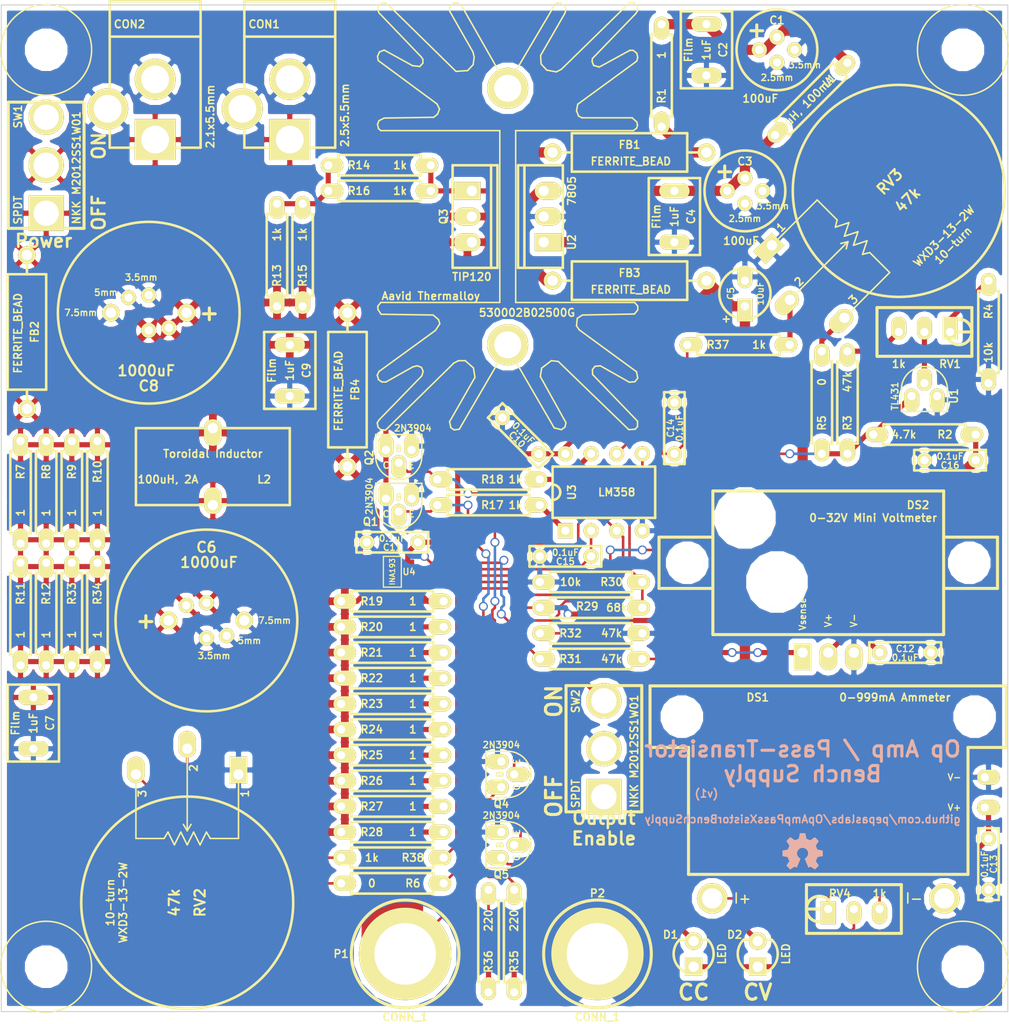
<source format=kicad_pcb>
(kicad_pcb (version 20171130) (host pcbnew "(5.1.12)-1")
  (layers (0 F.Cu signal) (31 B.Cu signal) (34 B.Paste user) (35 F.Paste user) (36 B.SilkS user) (37 F.SilkS user) (38 B.Mask user) (39 F.Mask user) (44 Edge.Cuts user))
  (net 0 "")
  (net 1 /Base)
  (net 2 GND)
  (net 3 Icontrol)
  (net 4 Isense)
  (net 5 N-0000010)
  (net 6 N-0000011)
  (net 7 N-0000012)
  (net 8 N-0000014)
  (net 9 N-0000015)
  (net 10 N-0000016)
  (net 11 N-0000017)
  (net 12 N-0000018)
  (net 13 N-0000019)
  (net 14 N-000002)
  (net 15 N-0000020)
  (net 16 N-0000021)
  (net 17 N-0000022)
  (net 18 N-0000023)
  (net 19 N-0000024)
  (net 20 N-0000025)
  (net 21 N-0000026)
  (net 22 N-0000027)
  (net 23 N-0000031)
  (net 24 N-0000032)
  (net 25 N-0000034)
  (net 26 N-0000035)
  (net 27 N-0000036)
  (net 28 N-0000037)
  (net 29 N-000005)
  (net 30 N-000006)
  (net 31 N-000007)
  (net 32 N-000008)
  (net 33 N-000009)
  (net 34 Shunt+)
  (net 35 Shunt-)
  (net 36 VREF)
  (net 37 Vcc_filt)
  (net 38 Vcc_reg)
  (net 39 Vcontrol)
  (net 40 Vsense)
  (module WXD3-13-2W_A (layer F.Cu) (at 213.995 118.11 45)
    (fp_text reference RV3 (at 0 -1.27 45) (layer F.SilkS) (effects (font (size 1.016 1.016) (thickness 0.2032))))
    (fp_text value 47k (at 0 1.27 45) (layer F.SilkS) (effects (font (size 1.016 1.016) (thickness 0.2032))))
    (fp_text user 3 (at -10.795 4.445 45) (layer F.SilkS) (effects (font (size 0.762 0.762) (thickness 0.1524))))
    (fp_text user 2 (at -13.335 -0.635 45) (layer F.SilkS) (effects (font (size 0.762 0.762) (thickness 0.1524))))
    (fp_text user 1 (at -10.795 -5.715 45) (layer F.SilkS) (effects (font (size 0.762 0.762) (thickness 0.1524))))
    (fp_text user 10-turn (at 0 7.62 45) (layer F.SilkS) (effects (font (size 0.762 0.762) (thickness 0.1524))))
    (fp_text user WXD3-13-2W (at 0 6.35 45) (layer F.SilkS) (effects (font (size 0.762 0.762) (thickness 0.1524))))
    (pad 2 thru_hole oval (at -15.24 0 45) (size 2.6289 1.7526) (drill 1.016 (offset -0.43815 0)) (layers *.Cu *.Mask F.SilkS) (net 23 N-0000031))
    (pad 1 thru_hole rect (at -12.7 -5.08 45) (size 2.6289 1.7526) (drill 1.016 (offset -0.43815 0)) (layers *.Cu *.Mask F.SilkS) (net 2 GND))
    (pad 3 thru_hole oval (at -12.7 5.08 45) (size 2.6289 1.7526) (drill 1.016 (offset -0.43815 0)) (layers *.Cu *.Mask F.SilkS) (net 14 N-000002))
  )
  (module WXD3-13-2W_A (layer F.Cu) (at 143.51 188.595 270)
    (fp_text reference RV2 (at 0 -1.27 270) (layer F.SilkS) (effects (font (size 1.016 1.016) (thickness 0.2032))))
    (fp_text value 47k (at 0 1.27 270) (layer F.SilkS) (effects (font (size 1.016 1.016) (thickness 0.2032))))
    (fp_text user 3 (at -10.795 4.445 270) (layer F.SilkS) (effects (font (size 0.762 0.762) (thickness 0.1524))))
    (fp_text user 2 (at -13.335 -0.635 270) (layer F.SilkS) (effects (font (size 0.762 0.762) (thickness 0.1524))))
    (fp_text user 1 (at -10.795 -5.715 270) (layer F.SilkS) (effects (font (size 0.762 0.762) (thickness 0.1524))))
    (fp_text user 10-turn (at 0 7.62 270) (layer F.SilkS) (effects (font (size 0.762 0.762) (thickness 0.1524))))
    (fp_text user WXD3-13-2W (at 0 6.35 270) (layer F.SilkS) (effects (font (size 0.762 0.762) (thickness 0.1524))))
    (pad 2 thru_hole oval (at -15.24 0 270) (size 2.6289 1.7526) (drill 1.016 (offset -0.43815 0)) (layers *.Cu *.Mask F.SilkS) (net 24 N-0000032))
    (pad 1 thru_hole rect (at -12.7 -5.08 270) (size 2.6289 1.7526) (drill 1.016 (offset -0.43815 0)) (layers *.Cu *.Mask F.SilkS) (net 2 GND))
    (pad 3 thru_hole oval (at -12.7 5.08 270) (size 2.6289 1.7526) (drill 1.016 (offset -0.43815 0)) (layers *.Cu *.Mask F.SilkS) (net 32 N-000008))
  )
  (module TO-92_Q_EBC (layer F.Cu) (at 165.735 143.764)
    (fp_text reference Q2 (at -4.191 0.762 90) (layer F.SilkS) (effects (font (size 0.762 0.762) (thickness 0.1524))))
    (fp_text value 2N3904 (at 0.127 -2.159) (layer F.SilkS) (effects (font (size 0.635 0.635) (thickness 0.127))))
    (fp_text user E (at 0 1.524) (layer F.SilkS) (effects (font (size 0.635 0.635) (thickness 0.127))))
    (fp_text user B (at -1.27 -0.127) (layer F.SilkS) (effects (font (size 0.635 0.635) (thickness 0.127))))
    (fp_text user C (at -2.54 1.524) (layer F.SilkS) (effects (font (size 0.635 0.635) (thickness 0.127))))
    (pad 1 thru_hole oval (at 0 0) (size 1.4986 2.2479) (drill 0.8128 (offset 0 -0.37465)) (layers *.Cu *.Mask F.SilkS) (net 2 GND))
    (pad 2 thru_hole oval (at -1.27 1.27) (size 1.4986 2.2479) (drill 0.8128 (offset 0 0.37465)) (layers *.Cu *.Mask F.SilkS) (net 17 N-0000022))
    (pad 3 thru_hole oval (at -2.54 0) (size 1.4986 2.2479) (drill 0.8128 (offset 0 -0.37465)) (layers *.Cu *.Mask F.SilkS) (net 1 /Base))
  )
  (module TO-92_Q_EBC (layer F.Cu) (at 165.735 148.59)
    (fp_text reference Q1 (at -4.064 2.286) (layer F.SilkS) (effects (font (size 0.762 0.762) (thickness 0.1524))))
    (fp_text value 2N3904 (at -4.191 -0.254 90) (layer F.SilkS) (effects (font (size 0.635 0.635) (thickness 0.127))))
    (fp_text user E (at 0 1.524) (layer F.SilkS) (effects (font (size 0.635 0.635) (thickness 0.127))))
    (fp_text user B (at -1.27 -0.127) (layer F.SilkS) (effects (font (size 0.635 0.635) (thickness 0.127))))
    (fp_text user C (at -2.54 1.524) (layer F.SilkS) (effects (font (size 0.635 0.635) (thickness 0.127))))
    (pad 1 thru_hole oval (at 0 0) (size 1.4986 2.2479) (drill 0.8128 (offset 0 -0.37465)) (layers *.Cu *.Mask F.SilkS) (net 2 GND))
    (pad 2 thru_hole oval (at -1.27 1.27) (size 1.4986 2.2479) (drill 0.8128 (offset 0 0.37465)) (layers *.Cu *.Mask F.SilkS) (net 22 N-0000027))
    (pad 3 thru_hole oval (at -2.54 0) (size 1.4986 2.2479) (drill 0.8128 (offset 0 -0.37465)) (layers *.Cu *.Mask F.SilkS) (net 1 /Base))
  )
  (module TO-220_V_069B (layer F.Cu) (at 171.704 118.11 270)
    (fp_text reference Q3 (at 2.54 2.794 270) (layer F.SilkS) (effects (font (size 0.762 0.762) (thickness 0.1524))))
    (fp_text value TIP120 (at 8.509 0) (layer F.SilkS) (effects (font (size 0.762 0.762) (thickness 0.1524))))
    (pad 1 thru_hole rect (at 0 0) (size 2.6289 1.7526) (drill 1.016 (offset -0.43815 0)) (layers *.Cu *.Mask F.SilkS) (net 1 /Base))
    (pad 2 thru_hole oval (at 2.54 0) (size 2.6289 1.7526) (drill 1.016 (offset -0.43815 0)) (layers *.Cu *.Mask F.SilkS) (net 37 Vcc_filt))
    (pad 3 thru_hole oval (at 5.08 0) (size 2.6289 1.7526) (drill 1.016 (offset -0.43815 0)) (layers *.Cu *.Mask F.SilkS) (net 9 N-0000015))
  )
  (module TO-220_V_069B (layer F.Cu) (at 178.816 123.19 90)
    (fp_text reference U2 (at 0 2.794 90) (layer F.SilkS) (effects (font (size 0.762 0.762) (thickness 0.1524))))
    (fp_text value 7805 (at 5.08 2.794 90) (layer F.SilkS) (effects (font (size 0.762 0.762) (thickness 0.1524))))
    (pad 1 thru_hole rect (at 0 0 180) (size 2.6289 1.7526) (drill 1.016 (offset -0.43815 0)) (layers *.Cu *.Mask F.SilkS) (net 26 N-0000035))
    (pad 2 thru_hole oval (at 2.54 0 180) (size 2.6289 1.7526) (drill 1.016 (offset -0.43815 0)) (layers *.Cu *.Mask F.SilkS) (net 2 GND))
    (pad 3 thru_hole oval (at 5.08 0 180) (size 2.6289 1.7526) (drill 1.016 (offset -0.43815 0)) (layers *.Cu *.Mask F.SilkS) (net 8 N-0000014))
  )
  (module R_AXIAL_0W25_059Bi (layer F.Cu) (at 208.915 105.41 225)
    (fp_text reference L1 (at 2.514472 0 225) (layer F.SilkS) (effects (font (size 0.762 0.762) (thickness 0.1524))))
    (fp_text value "100uH, 100mA" (at 6.465784 0 225) (layer F.SilkS) (effects (font (size 0.762 0.762) (thickness 0.1524))))
    (pad 1 thru_hole oval (at 0 0 225) (size 2.2479 1.4986) (drill 0.8128 (offset 0.37465 0)) (layers *.Cu *.Mask F.SilkS) (net 28 N-0000037))
    (pad 2 thru_hole oval (at 10.16 0 225) (size 2.2479 1.4986) (drill 0.8128 (offset -0.37465 0)) (layers *.Cu *.Mask F.SilkS) (net 26 N-0000035))
  )
  (module R_AXIAL_0W25_059Bi (layer F.Cu) (at 158.75 181.61)
    (fp_text reference R28 (at 3.048 0) (layer F.SilkS) (effects (font (size 0.762 0.762) (thickness 0.1524))))
    (fp_text value 1 (at 7.112 0) (layer F.SilkS) (effects (font (size 0.762 0.762) (thickness 0.1524))))
    (pad 1 thru_hole oval (at 0 0) (size 2.2479 1.4986) (drill 0.8128 (offset 0.37465 0)) (layers *.Cu *.Mask F.SilkS) (net 34 Shunt+))
    (pad 2 thru_hole oval (at 10.16 0) (size 2.2479 1.4986) (drill 0.8128 (offset -0.37465 0)) (layers *.Cu *.Mask F.SilkS) (net 35 Shunt-))
  )
  (module R_AXIAL_0W25_059Bi (layer F.Cu) (at 158.75 179.07)
    (fp_text reference R27 (at 3.048 0) (layer F.SilkS) (effects (font (size 0.762 0.762) (thickness 0.1524))))
    (fp_text value 1 (at 7.112 0) (layer F.SilkS) (effects (font (size 0.762 0.762) (thickness 0.1524))))
    (pad 1 thru_hole oval (at 0 0) (size 2.2479 1.4986) (drill 0.8128 (offset 0.37465 0)) (layers *.Cu *.Mask F.SilkS) (net 34 Shunt+))
    (pad 2 thru_hole oval (at 10.16 0) (size 2.2479 1.4986) (drill 0.8128 (offset -0.37465 0)) (layers *.Cu *.Mask F.SilkS) (net 35 Shunt-))
  )
  (module R_AXIAL_0W25_059Bi (layer F.Cu) (at 158.75 166.37)
    (fp_text reference R22 (at 3.048 0) (layer F.SilkS) (effects (font (size 0.762 0.762) (thickness 0.1524))))
    (fp_text value 1 (at 7.112 0) (layer F.SilkS) (effects (font (size 0.762 0.762) (thickness 0.1524))))
    (pad 1 thru_hole oval (at 0 0) (size 2.2479 1.4986) (drill 0.8128 (offset 0.37465 0)) (layers *.Cu *.Mask F.SilkS) (net 34 Shunt+))
    (pad 2 thru_hole oval (at 10.16 0) (size 2.2479 1.4986) (drill 0.8128 (offset -0.37465 0)) (layers *.Cu *.Mask F.SilkS) (net 35 Shunt-))
  )
  (module R_AXIAL_0W25_059Bi (layer F.Cu) (at 158.75 168.91)
    (fp_text reference R23 (at 3.048 0) (layer F.SilkS) (effects (font (size 0.762 0.762) (thickness 0.1524))))
    (fp_text value 1 (at 7.112 0) (layer F.SilkS) (effects (font (size 0.762 0.762) (thickness 0.1524))))
    (pad 1 thru_hole oval (at 0 0) (size 2.2479 1.4986) (drill 0.8128 (offset 0.37465 0)) (layers *.Cu *.Mask F.SilkS) (net 34 Shunt+))
    (pad 2 thru_hole oval (at 10.16 0) (size 2.2479 1.4986) (drill 0.8128 (offset -0.37465 0)) (layers *.Cu *.Mask F.SilkS) (net 35 Shunt-))
  )
  (module R_AXIAL_0W25_059Bi (layer F.Cu) (at 158.75 176.53)
    (fp_text reference R26 (at 3.048 0) (layer F.SilkS) (effects (font (size 0.762 0.762) (thickness 0.1524))))
    (fp_text value 1 (at 7.112 0) (layer F.SilkS) (effects (font (size 0.762 0.762) (thickness 0.1524))))
    (pad 1 thru_hole oval (at 0 0) (size 2.2479 1.4986) (drill 0.8128 (offset 0.37465 0)) (layers *.Cu *.Mask F.SilkS) (net 34 Shunt+))
    (pad 2 thru_hole oval (at 10.16 0) (size 2.2479 1.4986) (drill 0.8128 (offset -0.37465 0)) (layers *.Cu *.Mask F.SilkS) (net 35 Shunt-))
  )
  (module R_AXIAL_0W25_059Bi (layer F.Cu) (at 158.75 173.99)
    (fp_text reference R25 (at 3.048 0) (layer F.SilkS) (effects (font (size 0.762 0.762) (thickness 0.1524))))
    (fp_text value 1 (at 7.112 0) (layer F.SilkS) (effects (font (size 0.762 0.762) (thickness 0.1524))))
    (pad 1 thru_hole oval (at 0 0) (size 2.2479 1.4986) (drill 0.8128 (offset 0.37465 0)) (layers *.Cu *.Mask F.SilkS) (net 34 Shunt+))
    (pad 2 thru_hole oval (at 10.16 0) (size 2.2479 1.4986) (drill 0.8128 (offset -0.37465 0)) (layers *.Cu *.Mask F.SilkS) (net 35 Shunt-))
  )
  (module R_AXIAL_0W25_059Bi (layer F.Cu) (at 158.75 171.45)
    (fp_text reference R24 (at 3.048 0) (layer F.SilkS) (effects (font (size 0.762 0.762) (thickness 0.1524))))
    (fp_text value 1 (at 7.112 0) (layer F.SilkS) (effects (font (size 0.762 0.762) (thickness 0.1524))))
    (pad 1 thru_hole oval (at 0 0) (size 2.2479 1.4986) (drill 0.8128 (offset 0.37465 0)) (layers *.Cu *.Mask F.SilkS) (net 34 Shunt+))
    (pad 2 thru_hole oval (at 10.16 0) (size 2.2479 1.4986) (drill 0.8128 (offset -0.37465 0)) (layers *.Cu *.Mask F.SilkS) (net 35 Shunt-))
  )
  (module R_AXIAL_0W25_059Bi (layer F.Cu) (at 190.5 111.76 90)
    (fp_text reference R1 (at 3.048 0 90) (layer F.SilkS) (effects (font (size 0.762 0.762) (thickness 0.1524))))
    (fp_text value 1 (at 7.112 0 90) (layer F.SilkS) (effects (font (size 0.762 0.762) (thickness 0.1524))))
    (pad 1 thru_hole oval (at 0 0 90) (size 2.2479 1.4986) (drill 0.8128 (offset 0.37465 0)) (layers *.Cu *.Mask F.SilkS) (net 11 N-0000017))
    (pad 2 thru_hole oval (at 10.16 0 90) (size 2.2479 1.4986) (drill 0.8128 (offset -0.37465 0)) (layers *.Cu *.Mask F.SilkS) (net 28 N-0000037))
  )
  (module R_AXIAL_0W25_059Bi (layer F.Cu) (at 129.54 154.94 270)
    (fp_text reference R12 (at 3.048 0 270) (layer F.SilkS) (effects (font (size 0.762 0.762) (thickness 0.1524))))
    (fp_text value 1 (at 7.112 0 270) (layer F.SilkS) (effects (font (size 0.762 0.762) (thickness 0.1524))))
    (pad 1 thru_hole oval (at 0 0 270) (size 2.2479 1.4986) (drill 0.8128 (offset 0.37465 0)) (layers *.Cu *.Mask F.SilkS) (net 6 N-0000011))
    (pad 2 thru_hole oval (at 10.16 0 270) (size 2.2479 1.4986) (drill 0.8128 (offset -0.37465 0)) (layers *.Cu *.Mask F.SilkS) (net 5 N-0000010))
  )
  (module R_AXIAL_0W25_059Bi (layer F.Cu) (at 206.375 144.145 90)
    (fp_text reference R5 (at 3.048 0 90) (layer F.SilkS) (effects (font (size 0.762 0.762) (thickness 0.1524))))
    (fp_text value 0 (at 7.112 0 90) (layer F.SilkS) (effects (font (size 0.762 0.762) (thickness 0.1524))))
    (pad 1 thru_hole oval (at 0 0 90) (size 2.2479 1.4986) (drill 0.8128 (offset 0.37465 0)) (layers *.Cu *.Mask F.SilkS) (net 36 VREF))
    (pad 2 thru_hole oval (at 10.16 0 90) (size 2.2479 1.4986) (drill 0.8128 (offset -0.37465 0)) (layers *.Cu *.Mask F.SilkS) (net 14 N-000002))
  )
  (module R_AXIAL_0W25_059Bi (layer F.Cu) (at 168.91 186.69 180)
    (fp_text reference R6 (at 3.048 0 180) (layer F.SilkS) (effects (font (size 0.762 0.762) (thickness 0.1524))))
    (fp_text value 0 (at 7.112 0 180) (layer F.SilkS) (effects (font (size 0.762 0.762) (thickness 0.1524))))
    (pad 1 thru_hole oval (at 0 0 180) (size 2.2479 1.4986) (drill 0.8128 (offset 0.37465 0)) (layers *.Cu *.Mask F.SilkS) (net 36 VREF))
    (pad 2 thru_hole oval (at 10.16 0 180) (size 2.2479 1.4986) (drill 0.8128 (offset -0.37465 0)) (layers *.Cu *.Mask F.SilkS) (net 32 N-000008))
  )
  (module R_AXIAL_0W25_059Bi (layer F.Cu) (at 127 142.875 270)
    (fp_text reference R7 (at 3.048 0 270) (layer F.SilkS) (effects (font (size 0.762 0.762) (thickness 0.1524))))
    (fp_text value 1 (at 7.112 0 270) (layer F.SilkS) (effects (font (size 0.762 0.762) (thickness 0.1524))))
    (pad 1 thru_hole oval (at 0 0 270) (size 2.2479 1.4986) (drill 0.8128 (offset 0.37465 0)) (layers *.Cu *.Mask F.SilkS) (net 27 N-0000036))
    (pad 2 thru_hole oval (at 10.16 0 270) (size 2.2479 1.4986) (drill 0.8128 (offset -0.37465 0)) (layers *.Cu *.Mask F.SilkS) (net 6 N-0000011))
  )
  (module R_AXIAL_0W25_059Bi (layer F.Cu) (at 129.54 142.875 270)
    (fp_text reference R8 (at 3.048 0 270) (layer F.SilkS) (effects (font (size 0.762 0.762) (thickness 0.1524))))
    (fp_text value 1 (at 7.112 0 270) (layer F.SilkS) (effects (font (size 0.762 0.762) (thickness 0.1524))))
    (pad 1 thru_hole oval (at 0 0 270) (size 2.2479 1.4986) (drill 0.8128 (offset 0.37465 0)) (layers *.Cu *.Mask F.SilkS) (net 27 N-0000036))
    (pad 2 thru_hole oval (at 10.16 0 270) (size 2.2479 1.4986) (drill 0.8128 (offset -0.37465 0)) (layers *.Cu *.Mask F.SilkS) (net 6 N-0000011))
  )
  (module R_AXIAL_0W25_059Bi (layer F.Cu) (at 132.08 142.875 270)
    (fp_text reference R9 (at 3.048 0 270) (layer F.SilkS) (effects (font (size 0.762 0.762) (thickness 0.1524))))
    (fp_text value 1 (at 7.112 0 270) (layer F.SilkS) (effects (font (size 0.762 0.762) (thickness 0.1524))))
    (pad 1 thru_hole oval (at 0 0 270) (size 2.2479 1.4986) (drill 0.8128 (offset 0.37465 0)) (layers *.Cu *.Mask F.SilkS) (net 27 N-0000036))
    (pad 2 thru_hole oval (at 10.16 0 270) (size 2.2479 1.4986) (drill 0.8128 (offset -0.37465 0)) (layers *.Cu *.Mask F.SilkS) (net 6 N-0000011))
  )
  (module R_AXIAL_0W25_059Bi (layer F.Cu) (at 134.62 142.875 270)
    (fp_text reference R10 (at 3.048 0 270) (layer F.SilkS) (effects (font (size 0.762 0.762) (thickness 0.1524))))
    (fp_text value 1 (at 7.112 0 270) (layer F.SilkS) (effects (font (size 0.762 0.762) (thickness 0.1524))))
    (pad 1 thru_hole oval (at 0 0 270) (size 2.2479 1.4986) (drill 0.8128 (offset 0.37465 0)) (layers *.Cu *.Mask F.SilkS) (net 27 N-0000036))
    (pad 2 thru_hole oval (at 10.16 0 270) (size 2.2479 1.4986) (drill 0.8128 (offset -0.37465 0)) (layers *.Cu *.Mask F.SilkS) (net 6 N-0000011))
  )
  (module R_AXIAL_0W25_059Bi (layer F.Cu) (at 127 154.94 270)
    (fp_text reference R11 (at 3.048 0 270) (layer F.SilkS) (effects (font (size 0.762 0.762) (thickness 0.1524))))
    (fp_text value 1 (at 7.112 0 270) (layer F.SilkS) (effects (font (size 0.762 0.762) (thickness 0.1524))))
    (pad 1 thru_hole oval (at 0 0 270) (size 2.2479 1.4986) (drill 0.8128 (offset 0.37465 0)) (layers *.Cu *.Mask F.SilkS) (net 6 N-0000011))
    (pad 2 thru_hole oval (at 10.16 0 270) (size 2.2479 1.4986) (drill 0.8128 (offset -0.37465 0)) (layers *.Cu *.Mask F.SilkS) (net 5 N-0000010))
  )
  (module R_AXIAL_0W25_059Bi (layer F.Cu) (at 178.435 161.925)
    (fp_text reference R32 (at 3.048 0) (layer F.SilkS) (effects (font (size 0.762 0.762) (thickness 0.1524))))
    (fp_text value 47k (at 7.112 0) (layer F.SilkS) (effects (font (size 0.762 0.762) (thickness 0.1524))))
    (pad 1 thru_hole oval (at 0 0) (size 2.2479 1.4986) (drill 0.8128 (offset 0.37465 0)) (layers *.Cu *.Mask F.SilkS) (net 29 N-000005))
    (pad 2 thru_hole oval (at 10.16 0) (size 2.2479 1.4986) (drill 0.8128 (offset -0.37465 0)) (layers *.Cu *.Mask F.SilkS) (net 2 GND))
  )
  (module R_AXIAL_0W25_059Bi (layer F.Cu) (at 188.595 156.845 180)
    (fp_text reference R30 (at 3.048 0 180) (layer F.SilkS) (effects (font (size 0.762 0.762) (thickness 0.1524))))
    (fp_text value 10k (at 7.112 0 180) (layer F.SilkS) (effects (font (size 0.762 0.762) (thickness 0.1524))))
    (pad 1 thru_hole oval (at 0 0 180) (size 2.2479 1.4986) (drill 0.8128 (offset 0.37465 0)) (layers *.Cu *.Mask F.SilkS) (net 40 Vsense))
    (pad 2 thru_hole oval (at 10.16 0 180) (size 2.2479 1.4986) (drill 0.8128 (offset -0.37465 0)) (layers *.Cu *.Mask F.SilkS) (net 2 GND))
  )
  (module R_AXIAL_0W25_059Bi (layer F.Cu) (at 168.275 146.685)
    (fp_text reference R18 (at 5.461 0) (layer F.SilkS) (effects (font (size 0.762 0.762) (thickness 0.1524))))
    (fp_text value 1k (at 7.747 0) (layer F.SilkS) (effects (font (size 0.762 0.762) (thickness 0.1524))))
    (pad 1 thru_hole oval (at 0 0) (size 2.2479 1.4986) (drill 0.8128 (offset 0.37465 0)) (layers *.Cu *.Mask F.SilkS) (net 17 N-0000022))
    (pad 2 thru_hole oval (at 10.16 0) (size 2.2479 1.4986) (drill 0.8128 (offset -0.37465 0)) (layers *.Cu *.Mask F.SilkS) (net 12 N-0000018))
  )
  (module R_AXIAL_0W25_059Bi (layer F.Cu) (at 168.275 149.225)
    (fp_text reference R17 (at 5.461 0) (layer F.SilkS) (effects (font (size 0.762 0.762) (thickness 0.1524))))
    (fp_text value 1k (at 7.747 0) (layer F.SilkS) (effects (font (size 0.762 0.762) (thickness 0.1524))))
    (pad 1 thru_hole oval (at 0 0) (size 2.2479 1.4986) (drill 0.8128 (offset 0.37465 0)) (layers *.Cu *.Mask F.SilkS) (net 22 N-0000027))
    (pad 2 thru_hole oval (at 10.16 0) (size 2.2479 1.4986) (drill 0.8128 (offset -0.37465 0)) (layers *.Cu *.Mask F.SilkS) (net 16 N-0000021))
  )
  (module R_AXIAL_0W25_059Bi (layer F.Cu) (at 157.48 115.57)
    (fp_text reference R14 (at 3.048 0) (layer F.SilkS) (effects (font (size 0.762 0.762) (thickness 0.1524))))
    (fp_text value 1k (at 7.112 0) (layer F.SilkS) (effects (font (size 0.762 0.762) (thickness 0.1524))))
    (pad 1 thru_hole oval (at 0 0) (size 2.2479 1.4986) (drill 0.8128 (offset 0.37465 0)) (layers *.Cu *.Mask F.SilkS) (net 25 N-0000034))
    (pad 2 thru_hole oval (at 10.16 0) (size 2.2479 1.4986) (drill 0.8128 (offset -0.37465 0)) (layers *.Cu *.Mask F.SilkS) (net 1 /Base))
  )
  (module R_AXIAL_0W25_059Bi (layer F.Cu) (at 178.435 159.385)
    (fp_text reference R29 (at 4.699 -0.127) (layer F.SilkS) (effects (font (size 0.762 0.762) (thickness 0.1524))))
    (fp_text value 68k (at 7.62 0) (layer F.SilkS) (effects (font (size 0.762 0.762) (thickness 0.1524))))
    (pad 1 thru_hole oval (at 0 0) (size 2.2479 1.4986) (drill 0.8128 (offset 0.37465 0)) (layers *.Cu *.Mask F.SilkS) (net 35 Shunt-))
    (pad 2 thru_hole oval (at 10.16 0) (size 2.2479 1.4986) (drill 0.8128 (offset -0.37465 0)) (layers *.Cu *.Mask F.SilkS) (net 40 Vsense))
  )
  (module R_AXIAL_0W25_059Bi (layer F.Cu) (at 152.4 129.54 90)
    (fp_text reference R13 (at 3.048 0 90) (layer F.SilkS) (effects (font (size 0.762 0.762) (thickness 0.1524))))
    (fp_text value 1k (at 7.112 0 90) (layer F.SilkS) (effects (font (size 0.762 0.762) (thickness 0.1524))))
    (pad 1 thru_hole oval (at 0 0 90) (size 2.2479 1.4986) (drill 0.8128 (offset 0.37465 0)) (layers *.Cu *.Mask F.SilkS) (net 37 Vcc_filt))
    (pad 2 thru_hole oval (at 10.16 0 90) (size 2.2479 1.4986) (drill 0.8128 (offset -0.37465 0)) (layers *.Cu *.Mask F.SilkS) (net 25 N-0000034))
  )
  (module R_AXIAL_0W25_059Bi (layer F.Cu) (at 154.94 129.54 90)
    (fp_text reference R15 (at 3.048 0 90) (layer F.SilkS) (effects (font (size 0.762 0.762) (thickness 0.1524))))
    (fp_text value 1k (at 7.112 0 90) (layer F.SilkS) (effects (font (size 0.762 0.762) (thickness 0.1524))))
    (pad 1 thru_hole oval (at 0 0 90) (size 2.2479 1.4986) (drill 0.8128 (offset 0.37465 0)) (layers *.Cu *.Mask F.SilkS) (net 37 Vcc_filt))
    (pad 2 thru_hole oval (at 10.16 0 90) (size 2.2479 1.4986) (drill 0.8128 (offset -0.37465 0)) (layers *.Cu *.Mask F.SilkS) (net 25 N-0000034))
  )
  (module R_AXIAL_0W25_059Bi (layer F.Cu) (at 157.48 118.11)
    (fp_text reference R16 (at 3.048 0) (layer F.SilkS) (effects (font (size 0.762 0.762) (thickness 0.1524))))
    (fp_text value 1k (at 7.112 0) (layer F.SilkS) (effects (font (size 0.762 0.762) (thickness 0.1524))))
    (pad 1 thru_hole oval (at 0 0) (size 2.2479 1.4986) (drill 0.8128 (offset 0.37465 0)) (layers *.Cu *.Mask F.SilkS) (net 25 N-0000034))
    (pad 2 thru_hole oval (at 10.16 0) (size 2.2479 1.4986) (drill 0.8128 (offset -0.37465 0)) (layers *.Cu *.Mask F.SilkS) (net 1 /Base))
  )
  (module R_AXIAL_0W25_059Bi (layer F.Cu) (at 158.75 158.75)
    (fp_text reference R19 (at 3.048 0) (layer F.SilkS) (effects (font (size 0.762 0.762) (thickness 0.1524))))
    (fp_text value 1 (at 7.112 0) (layer F.SilkS) (effects (font (size 0.762 0.762) (thickness 0.1524))))
    (pad 1 thru_hole oval (at 0 0) (size 2.2479 1.4986) (drill 0.8128 (offset 0.37465 0)) (layers *.Cu *.Mask F.SilkS) (net 34 Shunt+))
    (pad 2 thru_hole oval (at 10.16 0) (size 2.2479 1.4986) (drill 0.8128 (offset -0.37465 0)) (layers *.Cu *.Mask F.SilkS) (net 35 Shunt-))
  )
  (module R_AXIAL_0W25_059Bi (layer F.Cu) (at 158.75 161.29)
    (fp_text reference R20 (at 3.048 0) (layer F.SilkS) (effects (font (size 0.762 0.762) (thickness 0.1524))))
    (fp_text value 1 (at 7.112 0) (layer F.SilkS) (effects (font (size 0.762 0.762) (thickness 0.1524))))
    (pad 1 thru_hole oval (at 0 0) (size 2.2479 1.4986) (drill 0.8128 (offset 0.37465 0)) (layers *.Cu *.Mask F.SilkS) (net 34 Shunt+))
    (pad 2 thru_hole oval (at 10.16 0) (size 2.2479 1.4986) (drill 0.8128 (offset -0.37465 0)) (layers *.Cu *.Mask F.SilkS) (net 35 Shunt-))
  )
  (module R_AXIAL_0W25_059Bi (layer F.Cu) (at 208.915 144.145 90)
    (fp_text reference R3 (at 3.048 0 90) (layer F.SilkS) (effects (font (size 0.762 0.762) (thickness 0.1524))))
    (fp_text value 47k (at 7.112 0 90) (layer F.SilkS) (effects (font (size 0.762 0.762) (thickness 0.1524))))
    (pad 1 thru_hole oval (at 0 0 90) (size 2.2479 1.4986) (drill 0.8128 (offset 0.37465 0)) (layers *.Cu *.Mask F.SilkS) (net 36 VREF))
    (pad 2 thru_hole oval (at 10.16 0 90) (size 2.2479 1.4986) (drill 0.8128 (offset -0.37465 0)) (layers *.Cu *.Mask F.SilkS) (net 15 N-0000020))
  )
  (module R_AXIAL_0W25_059Bi (layer F.Cu) (at 222.885 127 270)
    (fp_text reference R4 (at 3.048 0 270) (layer F.SilkS) (effects (font (size 0.762 0.762) (thickness 0.1524))))
    (fp_text value 10k (at 7.112 0 270) (layer F.SilkS) (effects (font (size 0.762 0.762) (thickness 0.1524))))
    (pad 1 thru_hole oval (at 0 0 270) (size 2.2479 1.4986) (drill 0.8128 (offset 0.37465 0)) (layers *.Cu *.Mask F.SilkS) (net 13 N-0000019))
    (pad 2 thru_hole oval (at 10.16 0 270) (size 2.2479 1.4986) (drill 0.8128 (offset -0.37465 0)) (layers *.Cu *.Mask F.SilkS) (net 2 GND))
  )
  (module R_AXIAL_0W25_059Bi (layer F.Cu) (at 221.615 142.24 180)
    (fp_text reference R2 (at 3.048 0 180) (layer F.SilkS) (effects (font (size 0.762 0.762) (thickness 0.1524))))
    (fp_text value 4.7k (at 7.112 0 180) (layer F.SilkS) (effects (font (size 0.762 0.762) (thickness 0.1524))))
    (pad 1 thru_hole oval (at 0 0 180) (size 2.2479 1.4986) (drill 0.8128 (offset 0.37465 0)) (layers *.Cu *.Mask F.SilkS) (net 38 Vcc_reg))
    (pad 2 thru_hole oval (at 10.16 0 180) (size 2.2479 1.4986) (drill 0.8128 (offset -0.37465 0)) (layers *.Cu *.Mask F.SilkS) (net 36 VREF))
  )
  (module R_AXIAL_0W25_059Bi (layer F.Cu) (at 158.75 163.83)
    (fp_text reference R21 (at 3.048 0) (layer F.SilkS) (effects (font (size 0.762 0.762) (thickness 0.1524))))
    (fp_text value 1 (at 7.112 0) (layer F.SilkS) (effects (font (size 0.762 0.762) (thickness 0.1524))))
    (pad 1 thru_hole oval (at 0 0) (size 2.2479 1.4986) (drill 0.8128 (offset 0.37465 0)) (layers *.Cu *.Mask F.SilkS) (net 34 Shunt+))
    (pad 2 thru_hole oval (at 10.16 0) (size 2.2479 1.4986) (drill 0.8128 (offset -0.37465 0)) (layers *.Cu *.Mask F.SilkS) (net 35 Shunt-))
  )
  (module R_AXIAL_0W25_059Bi (layer F.Cu) (at 178.435 164.465)
    (fp_text reference R31 (at 3.048 0) (layer F.SilkS) (effects (font (size 0.762 0.762) (thickness 0.1524))))
    (fp_text value 47k (at 7.112 0) (layer F.SilkS) (effects (font (size 0.762 0.762) (thickness 0.1524))))
    (pad 1 thru_hole oval (at 0 0) (size 2.2479 1.4986) (drill 0.8128 (offset 0.37465 0)) (layers *.Cu *.Mask F.SilkS) (net 4 Isense))
    (pad 2 thru_hole oval (at 10.16 0) (size 2.2479 1.4986) (drill 0.8128 (offset -0.37465 0)) (layers *.Cu *.Mask F.SilkS) (net 30 N-000006))
  )
  (module M2012SS1W01 (layer F.Cu) (at 129.54 115.57)
    (fp_text reference SW1 (at -2.794 -4.826 90) (layer F.SilkS) (effects (font (size 0.762 0.762) (thickness 0.1524))))
    (fp_text value SPDT (at -2.794 4.445 90) (layer F.SilkS) (effects (font (size 0.762 0.762) (thickness 0.1524))))
    (fp_text user "NKK M2012SS1W01" (at 3 0.25 90) (layer F.SilkS) (effects (font (size 0.762 0.762) (thickness 0.1524))))
    (pad 1 thru_hole rect (at 0 4.75) (size 3.5 3.5) (drill 2.5) (layers *.Cu *.Mask F.SilkS) (net 10 N-0000016))
    (pad 2 thru_hole circle (at 0 0) (size 3.5 3.5) (drill 2.5) (layers *.Cu *.Mask F.SilkS) (net 33 N-000009))
    (pad 3 thru_hole circle (at 0 -4.75) (size 3.5 3.5) (drill 2.5) (layers *.Cu *.Mask F.SilkS))
  )
  (module M2012SS1W01 (layer F.Cu) (at 184.785 173.355)
    (fp_text reference SW2 (at -2.794 -4.699 90) (layer F.SilkS) (effects (font (size 0.762 0.762) (thickness 0.1524))))
    (fp_text value SPDT (at -2.794 4.445 90) (layer F.SilkS) (effects (font (size 0.762 0.762) (thickness 0.1524))))
    (fp_text user "NKK M2012SS1W01" (at 3 0.25 90) (layer F.SilkS) (effects (font (size 0.762 0.762) (thickness 0.1524))))
    (pad 1 thru_hole rect (at 0 4.75) (size 3.5 3.5) (drill 2.5) (layers *.Cu *.Mask F.SilkS))
    (pad 2 thru_hole circle (at 0 0) (size 3.5 3.5) (drill 2.5) (layers *.Cu *.Mask F.SilkS) (net 2 GND))
    (pad 3 thru_hole circle (at 0 -4.75) (size 3.5 3.5) (drill 2.5) (layers *.Cu *.Mask F.SilkS) (net 1 /Base))
  )
  (module hole_M3_NPTH (layer F.Cu) (at 129.54 194.945)
    (fp_text reference H1 hide)
    (fp_text value HOLE hide)
    (pad "" np_thru_hole circle (at 0 0) (size 3.2 3.2) (drill 3.2) (layers *.Cu *.Mask F.SilkS))
  )
  (module hole_M3_NPTH (layer F.Cu) (at 129.54 104.14)
    (fp_text reference H2 hide)
    (fp_text value HOLE hide)
    (pad "" np_thru_hole circle (at 0 0) (size 3.2 3.2) (drill 3.2) (layers *.Cu *.Mask F.SilkS))
  )
  (module hole_M3_NPTH (layer F.Cu) (at 220.345 104.14)
    (fp_text reference H3 hide)
    (fp_text value HOLE hide)
    (pad "" np_thru_hole circle (at 0 0) (size 3.2 3.2) (drill 3.2) (layers *.Cu *.Mask F.SilkS))
  )
  (module hole_M3_NPTH (layer F.Cu) (at 220.345 194.945)
    (fp_text reference H4 hide)
    (fp_text value HOLE hide)
    (pad "" np_thru_hole circle (at 0 0) (size 3.2 3.2) (drill 3.2) (layers *.Cu *.Mask F.SilkS))
  )
  (module EBAY_AMMETER (layer F.Cu) (at 207.01 170.18)
    (fp_text reference DS1 (at -6.985 -1.905) (layer F.SilkS) (effects (font (size 0.762 0.762) (thickness 0.1524))))
    (fp_text value AMMETER_V hide)
    (fp_text user I- (at 8.5 18) (layer F.SilkS))
    (fp_text user I+ (at -8.5 18) (layer F.SilkS))
    (fp_text user V- (at 12.5 6) (layer F.SilkS) (effects (font (size 0.635 0.635) (thickness 0.127))))
    (fp_text user V+ (at 12.5 9) (layer F.SilkS) (effects (font (size 0.635 0.635) (thickness 0.127))))
    (fp_text user "0-999mA Ammeter" (at 6.604 -1.905) (layer F.SilkS) (effects (font (size 0.762 0.762) (thickness 0.1524))))
    (pad "" np_thru_hole circle (at -14.5 0) (size 3.2 3.2) (drill 3.2) (layers *.Cu *.Mask F.SilkS))
    (pad "" np_thru_hole circle (at 14.5 0) (size 3.2 3.2) (drill 3.2) (layers *.Cu *.Mask F.SilkS))
    (pad 4 thru_hole oval (at 15.5 6) (size 2.2479 1.4986) (drill 0.8128 (offset 0.37465 0)) (layers *.Cu *.Mask F.SilkS) (net 2 GND))
    (pad 1 thru_hole circle (at -11.5 18) (size 3 3) (drill 2) (layers *.Cu *.Mask F.SilkS) (net 31 N-000007))
    (pad 3 thru_hole oval (at 15.5 9) (size 2.2479 1.4986) (drill 0.8128 (offset 0.37465 0)) (layers *.Cu *.Mask F.SilkS) (net 38 Vcc_reg))
    (pad 2 thru_hole circle (at 11.5 18) (size 3 3) (drill 2) (layers *.Cu *.Mask F.SilkS) (net 2 GND))
  )
  (module DIP8_059A (layer F.Cu) (at 180.975 151.765)
    (fp_text reference U3 (at 0.635 -3.81 90) (layer F.SilkS) (effects (font (size 0.762 0.762) (thickness 0.1524))))
    (fp_text value LM358 (at 5.08 -3.81) (layer F.SilkS) (effects (font (size 0.762 0.762) (thickness 0.1524))))
    (pad 1 thru_hole rect (at 0 0) (size 1.4986 1.4986) (drill 0.8128) (layers *.Cu *.Mask F.SilkS) (net 16 N-0000021))
    (pad 2 thru_hole oval (at 2.54 0) (size 1.4986 1.4986) (drill 0.8128) (layers *.Cu *.Mask F.SilkS) (net 3 Icontrol))
    (pad 3 thru_hole oval (at 5.08 0) (size 1.4986 1.4986) (drill 0.8128) (layers *.Cu *.Mask F.SilkS) (net 4 Isense))
    (pad 4 thru_hole oval (at 7.62 0) (size 1.4986 1.4986) (drill 0.8128) (layers *.Cu *.Mask F.SilkS) (net 2 GND))
    (pad 5 thru_hole oval (at 7.62 -7.62) (size 1.4986 1.4986) (drill 0.8128) (layers *.Cu *.Mask F.SilkS) (net 40 Vsense))
    (pad 6 thru_hole oval (at 5.08 -7.62) (size 1.4986 1.4986) (drill 0.8128) (layers *.Cu *.Mask F.SilkS) (net 39 Vcontrol))
    (pad 8 thru_hole oval (at 0 -7.62) (size 1.4986 1.4986) (drill 0.8128) (layers *.Cu *.Mask F.SilkS) (net 38 Vcc_reg))
    (pad 7 thru_hole oval (at 2.54 -7.62) (size 1.4986 1.4986) (drill 0.8128) (layers *.Cu *.Mask F.SilkS) (net 12 N-0000018))
  )
  (module CERCAP_2_059A (layer F.Cu) (at 222.885 184.785 270)
    (fp_text reference C13 (at 0 -0.508 270) (layer F.SilkS) (effects (font (size 0.635 0.635) (thickness 0.127))))
    (fp_text value 0.1uF (at 0 0.381 270) (layer F.SilkS) (effects (font (size 0.635 0.635) (thickness 0.127))))
    (pad 1 thru_hole circle (at -2.54 0 270) (size 1.4986 1.4986) (drill 0.8128) (layers *.Cu *.Mask F.SilkS) (net 38 Vcc_reg))
    (pad 2 thru_hole circle (at 2.54 0 270) (size 1.4986 1.4986) (drill 0.8128) (layers *.Cu *.Mask F.SilkS) (net 2 GND))
  )
  (module CERCAP_2_059A (layer F.Cu) (at 214.63 163.83)
    (fp_text reference C12 (at 0 -0.381) (layer F.SilkS) (effects (font (size 0.635 0.635) (thickness 0.127))))
    (fp_text value 0.1uF (at 0 0.508) (layer F.SilkS) (effects (font (size 0.635 0.635) (thickness 0.127))))
    (pad 1 thru_hole circle (at -2.54 0) (size 1.4986 1.4986) (drill 0.8128) (layers *.Cu *.Mask F.SilkS) (net 38 Vcc_reg))
    (pad 2 thru_hole circle (at 2.54 0) (size 1.4986 1.4986) (drill 0.8128) (layers *.Cu *.Mask F.SilkS) (net 2 GND))
  )
  (module CERCAP_2_059A (layer F.Cu) (at 163.83 152.908 180)
    (fp_text reference C11 (at 0 -0.508 180) (layer F.SilkS) (effects (font (size 0.635 0.635) (thickness 0.127))))
    (fp_text value 0.1uF (at 0 0.381 180) (layer F.SilkS) (effects (font (size 0.635 0.635) (thickness 0.127))))
    (pad 1 thru_hole circle (at -2.54 0 180) (size 1.4986 1.4986) (drill 0.8128) (layers *.Cu *.Mask F.SilkS) (net 38 Vcc_reg))
    (pad 2 thru_hole circle (at 2.54 0 180) (size 1.4986 1.4986) (drill 0.8128) (layers *.Cu *.Mask F.SilkS) (net 2 GND))
  )
  (module CERCAP_2_059A (layer F.Cu) (at 176.53 142.367 135)
    (fp_text reference C10 (at 0 -0.508 135) (layer F.SilkS) (effects (font (size 0.635 0.635) (thickness 0.127))))
    (fp_text value 0.1uF (at 0 0.381 135) (layer F.SilkS) (effects (font (size 0.635 0.635) (thickness 0.127))))
    (pad 1 thru_hole circle (at -2.54 0 135) (size 1.4986 1.4986) (drill 0.8128) (layers *.Cu *.Mask F.SilkS) (net 38 Vcc_reg))
    (pad 2 thru_hole circle (at 2.54 0 135) (size 1.4986 1.4986) (drill 0.8128) (layers *.Cu *.Mask F.SilkS) (net 2 GND))
  )
  (module BARREL_JACK_25x55 (layer F.Cu) (at 153.67 113.03 270)
    (fp_text reference CON1 (at -11.43 2.54) (layer F.SilkS) (effects (font (size 0.762 0.762) (thickness 0.1524))))
    (fp_text value 2.5x5.5mm hide)
    (fp_text user 2.5x5.5mm (at -2.413 -5.461 270) (layer F.SilkS) (effects (font (size 0.762 0.762) (thickness 0.1524))))
    (pad 1 thru_hole rect (at 0 0 270) (size 4.064 4.064) (drill 2.7432) (layers *.Cu *.Mask F.SilkS) (net 33 N-000009))
    (pad 2 thru_hole circle (at -5.969 0 270) (size 4.064 4.064) (drill 2.7432) (layers *.Cu *.Mask F.SilkS) (net 2 GND))
    (pad 3 thru_hole circle (at -3.048 4.699 270) (size 4.064 4.064) (drill 2.7432) (layers *.Cu *.Mask F.SilkS) (net 2 GND))
  )
  (module BARREL_JACK_21x55 (layer F.Cu) (at 140.335 113.03 270)
    (fp_text reference CON2 (at -11.43 2.54) (layer F.SilkS) (effects (font (size 0.762 0.762) (thickness 0.1524))))
    (fp_text value 2.1x5.5mm hide)
    (fp_text user 2.1x5.5mm (at -2.286 -5.461 270) (layer F.SilkS) (effects (font (size 0.762 0.762) (thickness 0.1524))))
    (pad 1 thru_hole rect (at 0 0 270) (size 4.064 4.064) (drill 2.7432) (layers *.Cu *.Mask F.SilkS) (net 33 N-000009))
    (pad 2 thru_hole circle (at -5.969 0 270) (size 4.064 4.064) (drill 2.7432) (layers *.Cu *.Mask F.SilkS) (net 2 GND))
    (pad 3 thru_hole circle (at -3.048 4.699 270) (size 4.064 4.064) (drill 2.7432) (layers *.Cu *.Mask F.SilkS) (net 2 GND))
  )
  (module 3296W (layer F.Cu) (at 209.55 189.23)
    (fp_text reference RV4 (at -1.397 -1.524) (layer F.SilkS) (effects (font (size 0.762 0.762) (thickness 0.1524))))
    (fp_text value 1k (at 2.54 -1.524) (layer F.SilkS) (effects (font (size 0.762 0.762) (thickness 0.1524))))
    (pad 2 thru_hole oval (at 0 0) (size 1.4986 2.2479) (drill 0.8128 (offset 0 0.37465)) (layers *.Cu *.Mask F.SilkS) (net 31 N-000007))
    (pad 3 thru_hole oval (at 2.54 0) (size 1.4986 2.2479) (drill 0.8128 (offset 0 0.37465)) (layers *.Cu *.Mask F.SilkS) (net 30 N-000006))
    (pad 1 thru_hole rect (at -2.54 0) (size 1.4986 2.2479) (drill 0.8128 (offset 0 0.37465)) (layers *.Cu *.Mask F.SilkS) (net 29 N-000005))
  )
  (module 3296W (layer F.Cu) (at 216.535 132.08 180)
    (fp_text reference RV1 (at -2.54 -3.175 180) (layer F.SilkS) (effects (font (size 0.762 0.762) (thickness 0.1524))))
    (fp_text value 1k (at 2.54 -3.175 180) (layer F.SilkS) (effects (font (size 0.762 0.762) (thickness 0.1524))))
    (pad 2 thru_hole oval (at 0 0 180) (size 1.4986 2.2479) (drill 0.8128 (offset 0 0.37465)) (layers *.Cu *.Mask F.SilkS) (net 7 N-0000012))
    (pad 3 thru_hole oval (at 2.54 0 180) (size 1.4986 2.2479) (drill 0.8128 (offset 0 0.37465)) (layers *.Cu *.Mask F.SilkS) (net 15 N-0000020))
    (pad 1 thru_hole rect (at -2.54 0 180) (size 1.4986 2.2479) (drill 0.8128 (offset 0 0.37465)) (layers *.Cu *.Mask F.SilkS) (net 13 N-0000019))
  )
  (module Banana_A (layer F.Cu) (at 165.1 193.675)
    (fp_text reference P1 (at -6.35 0) (layer F.SilkS) (effects (font (size 0.762 0.762) (thickness 0.1524))))
    (fp_text value CONN_1 (at 0 6.25) (layer F.SilkS) (effects (font (size 0.762 0.762) (thickness 0.1524))))
    (pad 1 thru_hole circle (at 0 0) (size 9.144 9.144) (drill 6.096) (layers *.Cu *.Mask F.SilkS) (net 35 Shunt-))
  )
  (module Banana_A (layer F.Cu) (at 184.15 193.675)
    (fp_text reference P2 (at 0 -6) (layer F.SilkS) (effects (font (size 0.762 0.762) (thickness 0.1524))))
    (fp_text value CONN_1 (at 0 6.25) (layer F.SilkS) (effects (font (size 0.762 0.762) (thickness 0.1524))))
    (pad 1 thru_hole circle (at 0 0) (size 9.144 9.144) (drill 6.096) (layers *.Cu *.Mask F.SilkS) (net 2 GND))
  )
  (module 530002B02500G (layer F.Cu) (at 175.26 107.95 270)
    (fp_text reference H*** hide)
    (fp_text value 530002B02500G (at 22.225 -1.905) (layer F.SilkS) (effects (font (size 0.762 0.762) (thickness 0.1524))))
    (fp_text user "Aavid Thermalloy" (at 20.574 7.62) (layer F.SilkS) (effects (font (size 0.762 0.762) (thickness 0.1524))))
    (pad 1 thru_hole circle (at 0 0 270) (size 4.064 4.064) (drill 2.667) (layers *.Cu *.Mask F.SilkS))
    (pad 2 thru_hole circle (at 25.4 0 270) (size 4.064 4.064) (drill 2.667) (layers *.Cu *.Mask F.SilkS))
  )
  (module Toroid_V_06_03_069Bi (layer F.Cu) (at 146.05 145.415 180)
    (fp_text reference L2 (at -5.08 -1.27 180) (layer F.SilkS) (effects (font (size 0.762 0.762) (thickness 0.1524))))
    (fp_text value "100uH, 2A" (at 4.445 -1.27 180) (layer F.SilkS) (effects (font (size 0.762 0.762) (thickness 0.1524))))
    (fp_text user "Toroidal Inductor" (at 0 1.27 180) (layer F.SilkS) (effects (font (size 0.762 0.762) (thickness 0.1524))))
    (pad 1 thru_hole oval (at 0 -3.81 180) (size 1.7526 2.6289) (drill 1.016 (offset 0 0.43815)) (layers *.Cu *.Mask F.SilkS) (net 5 N-0000010))
    (pad 2 thru_hole oval (at 0 3.81 180) (size 1.7526 2.6289) (drill 1.016 (offset 0 -0.43815)) (layers *.Cu *.Mask F.SilkS) (net 37 Vcc_filt))
  )
  (module BOXCAP_02_03_02_059C (layer F.Cu) (at 128.27 170.815 270)
    (fp_text reference C7 (at 0 -1.651 270) (layer F.SilkS) (effects (font (size 0.762 0.762) (thickness 0.1524))))
    (fp_text value 1uF (at 0 0 270) (layer F.SilkS) (effects (font (size 0.762 0.762) (thickness 0.1524))))
    (fp_text user Film (at 0 1.778 270) (layer F.SilkS) (effects (font (size 0.762 0.762) (thickness 0.1524))))
    (pad 1 thru_hole oval (at -2.54 0 270) (size 1.4986 2.9972) (drill 0.8128) (layers *.Cu *.Mask F.SilkS) (net 5 N-0000010))
    (pad 2 thru_hole oval (at 2.54 0 270) (size 1.4986 2.9972) (drill 0.8128) (layers *.Cu *.Mask F.SilkS) (net 2 GND))
  )
  (module BOXCAP_02_03_02_059C (layer F.Cu) (at 153.67 135.89 270)
    (fp_text reference C9 (at 0 -1.651 270) (layer F.SilkS) (effects (font (size 0.762 0.762) (thickness 0.1524))))
    (fp_text value 1uF (at 0 0 270) (layer F.SilkS) (effects (font (size 0.762 0.762) (thickness 0.1524))))
    (fp_text user Film (at 0 1.778 270) (layer F.SilkS) (effects (font (size 0.762 0.762) (thickness 0.1524))))
    (pad 1 thru_hole oval (at -2.54 0 270) (size 1.4986 2.9972) (drill 0.8128) (layers *.Cu *.Mask F.SilkS) (net 37 Vcc_filt))
    (pad 2 thru_hole oval (at 2.54 0 270) (size 1.4986 2.9972) (drill 0.8128) (layers *.Cu *.Mask F.SilkS) (net 2 GND))
  )
  (module BOXCAP_02_03_02_059C (layer F.Cu) (at 194.945 104.14 270)
    (fp_text reference C2 (at 0 -1.651 270) (layer F.SilkS) (effects (font (size 0.762 0.762) (thickness 0.1524))))
    (fp_text value 1uF (at 0 0 270) (layer F.SilkS) (effects (font (size 0.762 0.762) (thickness 0.1524))))
    (fp_text user Film (at 0 1.778 270) (layer F.SilkS) (effects (font (size 0.762 0.762) (thickness 0.1524))))
    (pad 1 thru_hole oval (at -2.54 0 270) (size 1.4986 2.9972) (drill 0.8128) (layers *.Cu *.Mask F.SilkS) (net 28 N-0000037))
    (pad 2 thru_hole oval (at 2.54 0 270) (size 1.4986 2.9972) (drill 0.8128) (layers *.Cu *.Mask F.SilkS) (net 2 GND))
  )
  (module BOXCAP_02_03_02_059C (layer F.Cu) (at 191.77 120.65 270)
    (fp_text reference C4 (at 0 -1.651 270) (layer F.SilkS) (effects (font (size 0.762 0.762) (thickness 0.1524))))
    (fp_text value 1uF (at 0 0 270) (layer F.SilkS) (effects (font (size 0.762 0.762) (thickness 0.1524))))
    (fp_text user Film (at 0 1.778 270) (layer F.SilkS) (effects (font (size 0.762 0.762) (thickness 0.1524))))
    (pad 1 thru_hole oval (at -2.54 0 270) (size 1.4986 2.9972) (drill 0.8128) (layers *.Cu *.Mask F.SilkS) (net 26 N-0000035))
    (pad 2 thru_hole oval (at 2.54 0 270) (size 1.4986 2.9972) (drill 0.8128) (layers *.Cu *.Mask F.SilkS) (net 2 GND))
  )
  (module FERRITE_AXIAL_06_069A (layer F.Cu) (at 127.635 132.08 270)
    (fp_text reference FB2 (at 0 -0.762 270) (layer F.SilkS) (effects (font (size 0.762 0.762) (thickness 0.1524))))
    (fp_text value FERRITE_BEAD (at 0.127 0.889 270) (layer F.SilkS) (effects (font (size 0.762 0.762) (thickness 0.1524))))
    (pad 1 thru_hole circle (at -7.62 0 270) (size 1.7526 1.7526) (drill 1.016) (layers *.Cu *.Mask F.SilkS) (net 10 N-0000016))
    (pad 2 thru_hole circle (at 7.62 0 270) (size 1.7526 1.7526) (drill 1.016) (layers *.Cu *.Mask F.SilkS) (net 27 N-0000036))
  )
  (module FERRITE_AXIAL_06_069A (layer F.Cu) (at 187.325 114.3)
    (fp_text reference FB1 (at 0 -0.762) (layer F.SilkS) (effects (font (size 0.762 0.762) (thickness 0.1524))))
    (fp_text value FERRITE_BEAD (at 0.127 0.889) (layer F.SilkS) (effects (font (size 0.762 0.762) (thickness 0.1524))))
    (pad 1 thru_hole circle (at -7.62 0) (size 1.7526 1.7526) (drill 1.016) (layers *.Cu *.Mask F.SilkS) (net 37 Vcc_filt))
    (pad 2 thru_hole circle (at 7.62 0) (size 1.7526 1.7526) (drill 1.016) (layers *.Cu *.Mask F.SilkS) (net 11 N-0000017))
  )
  (module FERRITE_AXIAL_06_069A (layer F.Cu) (at 187.325 127)
    (fp_text reference FB3 (at 0 -0.762) (layer F.SilkS) (effects (font (size 0.762 0.762) (thickness 0.1524))))
    (fp_text value FERRITE_BEAD (at 0.127 0.889) (layer F.SilkS) (effects (font (size 0.762 0.762) (thickness 0.1524))))
    (pad 1 thru_hole circle (at -7.62 0) (size 1.7526 1.7526) (drill 1.016) (layers *.Cu *.Mask F.SilkS) (net 8 N-0000014))
    (pad 2 thru_hole circle (at 7.62 0) (size 1.7526 1.7526) (drill 1.016) (layers *.Cu *.Mask F.SilkS) (net 38 Vcc_reg))
  )
  (module FERRITE_AXIAL_06_069A (layer F.Cu) (at 159.385 137.795 270)
    (fp_text reference FB4 (at 0 -0.762 270) (layer F.SilkS) (effects (font (size 0.762 0.762) (thickness 0.1524))))
    (fp_text value FERRITE_BEAD (at 0.127 0.889 270) (layer F.SilkS) (effects (font (size 0.762 0.762) (thickness 0.1524))))
    (pad 1 thru_hole circle (at -7.62 0 270) (size 1.7526 1.7526) (drill 1.016) (layers *.Cu *.Mask F.SilkS) (net 9 N-0000015))
    (pad 2 thru_hole circle (at 7.62 0 270) (size 1.7526 1.7526) (drill 1.016) (layers *.Cu *.Mask F.SilkS) (net 34 Shunt+))
  )
  (module TO-92_Q_EBC (layer F.Cu) (at 174.625 181.61 90)
    (fp_text reference Q5 (at -4.191 0 180) (layer F.SilkS) (effects (font (size 0.762 0.762) (thickness 0.1524))))
    (fp_text value 2N3904 (at 1.651 0 180) (layer F.SilkS) (effects (font (size 0.635 0.635) (thickness 0.127))))
    (fp_text user E (at 0 1.524 90) (layer F.SilkS) (effects (font (size 0.635 0.635) (thickness 0.127))))
    (fp_text user B (at -1.27 -0.127 90) (layer F.SilkS) (effects (font (size 0.635 0.635) (thickness 0.127))))
    (fp_text user C (at -2.54 1.524 90) (layer F.SilkS) (effects (font (size 0.635 0.635) (thickness 0.127))))
    (pad 1 thru_hole oval (at 0 0 90) (size 1.4986 2.2479) (drill 0.8128 (offset 0 -0.37465)) (layers *.Cu *.Mask F.SilkS) (net 2 GND))
    (pad 2 thru_hole oval (at -1.27 1.27 90) (size 1.4986 2.2479) (drill 0.8128 (offset 0 0.37465)) (layers *.Cu *.Mask F.SilkS) (net 17 N-0000022))
    (pad 3 thru_hole oval (at -2.54 0 90) (size 1.4986 2.2479) (drill 0.8128 (offset 0 -0.37465)) (layers *.Cu *.Mask F.SilkS) (net 18 N-0000023))
  )
  (module TO-92_Q_EBC (layer F.Cu) (at 174.625 174.625 90)
    (fp_text reference Q4 (at -4.191 0 180) (layer F.SilkS) (effects (font (size 0.762 0.762) (thickness 0.1524))))
    (fp_text value 2N3904 (at 1.651 0 180) (layer F.SilkS) (effects (font (size 0.635 0.635) (thickness 0.127))))
    (fp_text user E (at 0 1.524 90) (layer F.SilkS) (effects (font (size 0.635 0.635) (thickness 0.127))))
    (fp_text user B (at -1.27 -0.127 90) (layer F.SilkS) (effects (font (size 0.635 0.635) (thickness 0.127))))
    (fp_text user C (at -2.54 1.524 90) (layer F.SilkS) (effects (font (size 0.635 0.635) (thickness 0.127))))
    (pad 1 thru_hole oval (at 0 0 90) (size 1.4986 2.2479) (drill 0.8128 (offset 0 -0.37465)) (layers *.Cu *.Mask F.SilkS) (net 2 GND))
    (pad 2 thru_hole oval (at -1.27 1.27 90) (size 1.4986 2.2479) (drill 0.8128 (offset 0 0.37465)) (layers *.Cu *.Mask F.SilkS) (net 22 N-0000027))
    (pad 3 thru_hole oval (at -2.54 0 90) (size 1.4986 2.2479) (drill 0.8128 (offset 0 -0.37465)) (layers *.Cu *.Mask F.SilkS) (net 20 N-0000025))
  )
  (module R_AXIAL_0W25_059Bi (layer F.Cu) (at 173.355 197.485 90)
    (fp_text reference R36 (at 3.048 0 90) (layer F.SilkS) (effects (font (size 0.762 0.762) (thickness 0.1524))))
    (fp_text value 220 (at 7.112 0 90) (layer F.SilkS) (effects (font (size 0.762 0.762) (thickness 0.1524))))
    (pad 1 thru_hole oval (at 0 0 90) (size 2.2479 1.4986) (drill 0.8128 (offset 0.37465 0)) (layers *.Cu *.Mask F.SilkS) (net 19 N-0000024))
    (pad 2 thru_hole oval (at 10.16 0 90) (size 2.2479 1.4986) (drill 0.8128 (offset -0.37465 0)) (layers *.Cu *.Mask F.SilkS) (net 18 N-0000023))
  )
  (module R_AXIAL_0W25_059Bi (layer F.Cu) (at 175.895 197.485 90)
    (fp_text reference R35 (at 3.048 0 90) (layer F.SilkS) (effects (font (size 0.762 0.762) (thickness 0.1524))))
    (fp_text value 220 (at 7.112 0 90) (layer F.SilkS) (effects (font (size 0.762 0.762) (thickness 0.1524))))
    (pad 1 thru_hole oval (at 0 0 90) (size 2.2479 1.4986) (drill 0.8128 (offset 0.37465 0)) (layers *.Cu *.Mask F.SilkS) (net 21 N-0000026))
    (pad 2 thru_hole oval (at 10.16 0 90) (size 2.2479 1.4986) (drill 0.8128 (offset -0.37465 0)) (layers *.Cu *.Mask F.SilkS) (net 20 N-0000025))
  )
  (module R_AXIAL_0W25_059Bi (layer F.Cu) (at 132.08 154.94 270)
    (fp_text reference R33 (at 3.048 0 270) (layer F.SilkS) (effects (font (size 0.762 0.762) (thickness 0.1524))))
    (fp_text value 1 (at 7.112 0 270) (layer F.SilkS) (effects (font (size 0.762 0.762) (thickness 0.1524))))
    (pad 1 thru_hole oval (at 0 0 270) (size 2.2479 1.4986) (drill 0.8128 (offset 0.37465 0)) (layers *.Cu *.Mask F.SilkS) (net 6 N-0000011))
    (pad 2 thru_hole oval (at 10.16 0 270) (size 2.2479 1.4986) (drill 0.8128 (offset -0.37465 0)) (layers *.Cu *.Mask F.SilkS) (net 5 N-0000010))
  )
  (module R_AXIAL_0W25_059Bi (layer F.Cu) (at 134.62 154.94 270)
    (fp_text reference R34 (at 3.048 0 270) (layer F.SilkS) (effects (font (size 0.762 0.762) (thickness 0.1524))))
    (fp_text value 1 (at 7.112 0 270) (layer F.SilkS) (effects (font (size 0.762 0.762) (thickness 0.1524))))
    (pad 1 thru_hole oval (at 0 0 270) (size 2.2479 1.4986) (drill 0.8128 (offset 0.37465 0)) (layers *.Cu *.Mask F.SilkS) (net 6 N-0000011))
    (pad 2 thru_hole oval (at 10.16 0 270) (size 2.2479 1.4986) (drill 0.8128 (offset -0.37465 0)) (layers *.Cu *.Mask F.SilkS) (net 5 N-0000010))
  )
  (module TO-92_U_059Bo (layer F.Cu) (at 215.265 138.43 180)
    (fp_text reference U1 (at -4.191 0 270) (layer F.SilkS) (effects (font (size 0.762 0.762) (thickness 0.1524))))
    (fp_text value TL431 (at 1.651 0 270) (layer F.SilkS) (effects (font (size 0.635 0.635) (thickness 0.127))))
    (pad 1 thru_hole oval (at 0 0 180) (size 1.4986 2.2479) (drill 0.8128 (offset 0 -0.37465)) (layers *.Cu *.Mask F.SilkS) (net 36 VREF))
    (pad 2 thru_hole oval (at -1.27 1.27 180) (size 1.4986 2.2479) (drill 0.8128 (offset 0 0.37465)) (layers *.Cu *.Mask F.SilkS) (net 7 N-0000012))
    (pad 3 thru_hole oval (at -2.54 0 180) (size 1.4986 2.2479) (drill 0.8128 (offset 0 -0.37465)) (layers *.Cu *.Mask F.SilkS) (net 2 GND))
  )
  (module SOT23-5 (layer F.Cu) (at 163.83 155.829 270)
    (fp_text reference U4 (at 0 -1.651) (layer F.SilkS) (effects (font (size 0.635 0.635) (thickness 0.127))))
    (fp_text value INA193 (at 0 0 270) (layer F.SilkS) (effects (font (size 0.508 0.508) (thickness 0.1016))))
    (pad 1 smd rect (at -0.9525 1.524 270) (size 0.508 1.27) (layers F.Cu F.Paste F.Mask) (net 4 Isense))
    (pad 3 smd rect (at 0.9525 1.524 270) (size 0.508 1.27) (layers F.Cu F.Paste F.Mask) (net 34 Shunt+))
    (pad 5 smd rect (at -0.9525 -1.524 270) (size 0.508 1.27) (layers F.Cu F.Paste F.Mask) (net 38 Vcc_reg))
    (pad 2 smd rect (at 0 1.524 270) (size 0.508 1.27) (layers F.Cu F.Paste F.Mask) (net 2 GND))
    (pad 4 smd rect (at 0.9525 -1.524 270) (size 0.508 1.27) (layers F.Cu F.Paste F.Mask) (net 35 Shunt-))
  )
  (module BigCap (layer F.Cu) (at 139.7 130.175 180)
    (fp_text reference C8 (at 0 -7.25 180) (layer F.SilkS) (effects (font (size 1.016 1.016) (thickness 0.2032))))
    (fp_text value 1000uF (at 0.25 -5.75 180) (layer F.SilkS) (effects (font (size 1.016 1.016) (thickness 0.2032))))
    (fp_text user 7.5mm (at 6.75 0 180) (layer F.SilkS) (effects (font (size 0.635 0.635) (thickness 0.127))))
    (fp_text user 3.5mm (at 0.75 3.5 180) (layer F.SilkS) (effects (font (size 0.635 0.635) (thickness 0.127))))
    (fp_text user 5mm (at 4.25 2 180) (layer F.SilkS) (effects (font (size 0.635 0.635) (thickness 0.127))))
    (fp_text user + (at -6 0 180) (layer F.SilkS) (effects (font (size 1.524 1.524) (thickness 0.3048))))
    (pad 1 thru_hole circle (at -2 -1.5 180) (size 1.4986 1.4986) (drill 0.8128) (layers *.Cu *.Mask F.SilkS) (net 37 Vcc_filt))
    (pad 2 thru_hole circle (at 2 1.5 180) (size 1.4986 1.4986) (drill 0.8128) (layers *.Cu *.Mask F.SilkS) (net 2 GND))
    (pad 1 thru_hole circle (at -3.75 0 180) (size 1.7526 1.7526) (drill 1.016) (layers *.Cu *.Mask F.SilkS) (net 37 Vcc_filt))
    (pad 2 thru_hole circle (at 3.75 0 180) (size 1.7526 1.7526) (drill 1.016) (layers *.Cu *.Mask F.SilkS) (net 2 GND))
    (pad 1 thru_hole circle (at 0 -1.75 180) (size 1.4986 1.4986) (drill 0.8128) (layers *.Cu *.Mask F.SilkS) (net 37 Vcc_filt))
    (pad 2 thru_hole circle (at 0 1.75 180) (size 1.4986 1.4986) (drill 0.8128) (layers *.Cu *.Mask F.SilkS) (net 2 GND))
  )
  (module MedCap (layer F.Cu) (at 198.755 118.11)
    (fp_text reference C3 (at 0 -2.921) (layer F.SilkS) (effects (font (size 0.762 0.762) (thickness 0.1524))))
    (fp_text value 100uF (at -0.381 4.953) (layer F.SilkS) (effects (font (size 0.762 0.762) (thickness 0.1524))))
    (fp_text user 3.5mm (at 2.75 1.5) (layer F.SilkS) (effects (font (size 0.635 0.635) (thickness 0.127))))
    (fp_text user 2.5mm (at 0 2.75) (layer F.SilkS) (effects (font (size 0.635 0.635) (thickness 0.127))))
    (fp_text user + (at -2 -2) (layer F.SilkS) (effects (font (size 1.524 1.524) (thickness 0.3048))))
    (pad 2 thru_hole circle (at 0 1.25) (size 1.4986 1.4986) (drill 0.8128) (layers *.Cu *.Mask F.SilkS) (net 2 GND))
    (pad 1 thru_hole circle (at -1.75 0) (size 1.4986 1.4986) (drill 0.8128) (layers *.Cu *.Mask F.SilkS) (net 26 N-0000035))
    (pad 2 thru_hole circle (at 1.75 0) (size 1.4986 1.4986) (drill 0.8128) (layers *.Cu *.Mask F.SilkS) (net 2 GND))
    (pad 1 thru_hole circle (at 0 -1.25) (size 1.4986 1.4986) (drill 0.8128) (layers *.Cu *.Mask F.SilkS) (net 26 N-0000035))
  )
  (module MedCap (layer F.Cu) (at 201.93 104.14)
    (fp_text reference C1 (at 0 -2.921) (layer F.SilkS) (effects (font (size 0.762 0.762) (thickness 0.1524))))
    (fp_text value 100uF (at -1.651 4.826) (layer F.SilkS) (effects (font (size 0.762 0.762) (thickness 0.1524))))
    (fp_text user 3.5mm (at 2.75 1.5) (layer F.SilkS) (effects (font (size 0.635 0.635) (thickness 0.127))))
    (fp_text user 2.5mm (at 0 2.75) (layer F.SilkS) (effects (font (size 0.635 0.635) (thickness 0.127))))
    (fp_text user + (at -2 -2) (layer F.SilkS) (effects (font (size 1.524 1.524) (thickness 0.3048))))
    (pad 2 thru_hole circle (at 0 1.25) (size 1.4986 1.4986) (drill 0.8128) (layers *.Cu *.Mask F.SilkS) (net 2 GND))
    (pad 1 thru_hole circle (at -1.75 0) (size 1.4986 1.4986) (drill 0.8128) (layers *.Cu *.Mask F.SilkS) (net 28 N-0000037))
    (pad 2 thru_hole circle (at 1.75 0) (size 1.4986 1.4986) (drill 0.8128) (layers *.Cu *.Mask F.SilkS) (net 2 GND))
    (pad 1 thru_hole circle (at 0 -1.25) (size 1.4986 1.4986) (drill 0.8128) (layers *.Cu *.Mask F.SilkS) (net 28 N-0000037))
  )
  (module ELCAP_10_20_V_059Bo (layer F.Cu) (at 198.755 129.54 90)
    (fp_text reference C5 (at 1.27 -1.397 90) (layer F.SilkS) (effects (font (size 0.635 0.635) (thickness 0.127))))
    (fp_text value 10uF (at 1.27 1.524 90) (layer F.SilkS) (effects (font (size 0.635 0.635) (thickness 0.127))))
    (fp_text user + (at -1.27 -1.905 90) (layer F.SilkS) (effects (font (size 0.762 0.762) (thickness 0.1524))))
    (pad 1 thru_hole rect (at 0 0 90) (size 2.2479 1.4986) (drill 0.8128 (offset -0.37465 0)) (layers *.Cu *.Mask F.SilkS) (net 38 Vcc_reg))
    (pad 2 thru_hole oval (at 2.54 0 90) (size 2.2479 1.4986) (drill 0.8128 (offset 0.37465 0)) (layers *.Cu *.Mask F.SilkS) (net 2 GND))
  )
  (module LED_3MM_069A (layer F.Cu) (at 200.025 194.945 90)
    (fp_text reference D2 (at 3.175 -2.286 180) (layer F.SilkS) (effects (font (size 0.762 0.762) (thickness 0.1524))))
    (fp_text value LED (at 1.27 2.794 90) (layer F.SilkS) (effects (font (size 0.762 0.762) (thickness 0.1524))))
    (pad 1 thru_hole rect (at 0 0 90) (size 1.7526 1.7526) (drill 1.016) (layers *.Cu *.Mask F.SilkS) (net 38 Vcc_reg))
    (pad 2 thru_hole oval (at 2.54 0 90) (size 1.7526 1.7526) (drill 1.016) (layers *.Cu *.Mask F.SilkS) (net 19 N-0000024))
  )
  (module LED_3MM_069A (layer F.Cu) (at 193.675 194.945 90)
    (fp_text reference D1 (at 3.175 -2.286 180) (layer F.SilkS) (effects (font (size 0.762 0.762) (thickness 0.1524))))
    (fp_text value LED (at 1.27 2.794 90) (layer F.SilkS) (effects (font (size 0.762 0.762) (thickness 0.1524))))
    (pad 1 thru_hole rect (at 0 0 90) (size 1.7526 1.7526) (drill 1.016) (layers *.Cu *.Mask F.SilkS) (net 38 Vcc_reg))
    (pad 2 thru_hole oval (at 2.54 0 90) (size 1.7526 1.7526) (drill 1.016) (layers *.Cu *.Mask F.SilkS) (net 21 N-0000026))
  )
  (module BigCap (layer F.Cu) (at 145.415 160.655)
    (fp_text reference C6 (at 0 -7.25) (layer F.SilkS) (effects (font (size 1.016 1.016) (thickness 0.2032))))
    (fp_text value 1000uF (at 0.25 -5.75) (layer F.SilkS) (effects (font (size 1.016 1.016) (thickness 0.2032))))
    (fp_text user 7.5mm (at 6.75 0) (layer F.SilkS) (effects (font (size 0.635 0.635) (thickness 0.127))))
    (fp_text user 3.5mm (at 0.75 3.5) (layer F.SilkS) (effects (font (size 0.635 0.635) (thickness 0.127))))
    (fp_text user 5mm (at 4.25 2) (layer F.SilkS) (effects (font (size 0.635 0.635) (thickness 0.127))))
    (fp_text user + (at -6 0) (layer F.SilkS) (effects (font (size 1.524 1.524) (thickness 0.3048))))
    (pad 1 thru_hole circle (at -2 -1.5) (size 1.4986 1.4986) (drill 0.8128) (layers *.Cu *.Mask F.SilkS) (net 5 N-0000010))
    (pad 2 thru_hole circle (at 2 1.5) (size 1.4986 1.4986) (drill 0.8128) (layers *.Cu *.Mask F.SilkS) (net 2 GND))
    (pad 1 thru_hole circle (at -3.75 0) (size 1.7526 1.7526) (drill 1.016) (layers *.Cu *.Mask F.SilkS) (net 5 N-0000010))
    (pad 2 thru_hole circle (at 3.75 0) (size 1.7526 1.7526) (drill 1.016) (layers *.Cu *.Mask F.SilkS) (net 2 GND))
    (pad 1 thru_hole circle (at 0 -1.75) (size 1.4986 1.4986) (drill 0.8128) (layers *.Cu *.Mask F.SilkS) (net 5 N-0000010))
    (pad 2 thru_hole circle (at 0 1.75) (size 1.4986 1.4986) (drill 0.8128) (layers *.Cu *.Mask F.SilkS) (net 2 GND))
  )
  (module R_AXIAL_0W25_059Bi (layer F.Cu) (at 168.91 184.15 180)
    (fp_text reference R38 (at 3.048 0 180) (layer F.SilkS) (effects (font (size 0.762 0.762) (thickness 0.1524))))
    (fp_text value 1k (at 7.112 0 180) (layer F.SilkS) (effects (font (size 0.762 0.762) (thickness 0.1524))))
    (pad 1 thru_hole oval (at 0 0 180) (size 2.2479 1.4986) (drill 0.8128 (offset 0.37465 0)) (layers *.Cu *.Mask F.SilkS) (net 3 Icontrol))
    (pad 2 thru_hole oval (at 10.16 0 180) (size 2.2479 1.4986) (drill 0.8128 (offset -0.37465 0)) (layers *.Cu *.Mask F.SilkS) (net 24 N-0000032))
  )
  (module R_AXIAL_0W25_059Bi (layer F.Cu) (at 193.04 133.35)
    (fp_text reference R37 (at 3.048 0) (layer F.SilkS) (effects (font (size 0.762 0.762) (thickness 0.1524))))
    (fp_text value 1k (at 7.112 0) (layer F.SilkS) (effects (font (size 0.762 0.762) (thickness 0.1524))))
    (pad 1 thru_hole oval (at 0 0) (size 2.2479 1.4986) (drill 0.8128 (offset 0.37465 0)) (layers *.Cu *.Mask F.SilkS) (net 39 Vcontrol))
    (pad 2 thru_hole oval (at 10.16 0) (size 2.2479 1.4986) (drill 0.8128 (offset -0.37465 0)) (layers *.Cu *.Mask F.SilkS) (net 23 N-0000031))
  )
  (module CERCAP_2_059A (layer F.Cu) (at 191.77 141.605 90)
    (fp_text reference C14 (at 0 -0.381 90) (layer F.SilkS) (effects (font (size 0.635 0.635) (thickness 0.127))))
    (fp_text value 0.1uF (at 0 0.508 90) (layer F.SilkS) (effects (font (size 0.635 0.635) (thickness 0.127))))
    (pad 1 thru_hole circle (at -2.54 0 90) (size 1.4986 1.4986) (drill 0.8128) (layers *.Cu *.Mask F.SilkS) (net 39 Vcontrol))
    (pad 2 thru_hole circle (at 2.54 0 90) (size 1.4986 1.4986) (drill 0.8128) (layers *.Cu *.Mask F.SilkS) (net 2 GND))
  )
  (module CERCAP_2_059A (layer F.Cu) (at 180.975 154.305 180)
    (fp_text reference C15 (at 0 -0.508 180) (layer F.SilkS) (effects (font (size 0.635 0.635) (thickness 0.127))))
    (fp_text value 0.1uF (at 0 0.381 180) (layer F.SilkS) (effects (font (size 0.635 0.635) (thickness 0.127))))
    (pad 1 thru_hole circle (at -2.54 0 180) (size 1.4986 1.4986) (drill 0.8128) (layers *.Cu *.Mask F.SilkS) (net 3 Icontrol))
    (pad 2 thru_hole circle (at 2.54 0 180) (size 1.4986 1.4986) (drill 0.8128) (layers *.Cu *.Mask F.SilkS) (net 2 GND))
  )
  (module CERCAP_2_059A (layer F.Cu) (at 219.075 144.78 180)
    (fp_text reference C16 (at 0 -0.508 180) (layer F.SilkS) (effects (font (size 0.635 0.635) (thickness 0.127))))
    (fp_text value 0.1uF (at 0 0.381 180) (layer F.SilkS) (effects (font (size 0.635 0.635) (thickness 0.127))))
    (pad 1 thru_hole circle (at -2.54 0 180) (size 1.4986 1.4986) (drill 0.8128) (layers *.Cu *.Mask F.SilkS) (net 38 Vcc_reg))
    (pad 2 thru_hole circle (at 2.54 0 180) (size 1.4986 1.4986) (drill 0.8128) (layers *.Cu *.Mask F.SilkS) (net 2 GND))
  )
  (module DVM036A (layer F.Cu) (at 207.01 154.94)
    (fp_text reference DS2 (at 8.89 -5.715) (layer F.SilkS) (effects (font (size 0.762 0.762) (thickness 0.1524))))
    (fp_text value VOLTMETER hide)
    (fp_text user V- (at 2.54 5.715 90) (layer F.SilkS) (effects (font (size 0.635 0.635) (thickness 0.127))))
    (fp_text user V+ (at 0 5.715 90) (layer F.SilkS) (effects (font (size 0.635 0.635) (thickness 0.127))))
    (fp_text user Vsense (at -2.54 5.08 90) (layer F.SilkS) (effects (font (size 0.635 0.635) (thickness 0.127))))
    (fp_text user "0-32V Mini Voltmeter" (at 4.445 -4.445) (layer F.SilkS) (effects (font (size 0.762 0.762) (thickness 0.1524))))
    (pad "" np_thru_hole circle (at -13.97 0) (size 3.2 3.2) (drill 3.2) (layers *.Cu *.Mask F.SilkS))
    (pad "" np_thru_hole circle (at 13.97 0) (size 3.2 3.2) (drill 3.2) (layers *.Cu *.Mask F.SilkS))
    (pad 1 thru_hole rect (at -2.54 8.89) (size 1.7526 2.6289) (drill 1.016 (offset 0 0.43815)) (layers *.Cu *.Mask F.SilkS) (net 35 Shunt-))
    (pad 2 thru_hole oval (at 0 8.89) (size 1.7526 2.6289) (drill 1.016 (offset 0 0.43815)) (layers *.Cu *.Mask F.SilkS) (net 38 Vcc_reg))
    (pad 3 thru_hole oval (at 2.54 8.89) (size 1.7526 2.6289) (drill 1.016 (offset 0 0.43815)) (layers *.Cu *.Mask F.SilkS) (net 2 GND))
    (pad "" np_thru_hole circle (at -5.08 1.905) (size 5.08 5.08) (drill 5.08) (layers *.Cu *.Mask F.SilkS))
    (pad "" np_thru_hole circle (at -8.255 -4.445) (size 5.08 5.08) (drill 5.08) (layers *.Cu *.Mask F.SilkS))
  )
  (module OSHW-logo_silkscreen-back_4mm (layer F.Cu) (at 204.47 183.515)
    (fp_text reference G*** hide)
    (fp_text value OSHW-logo_silkscreen-back_4mm hide)
  )
  (gr_text "(v1)" (at 194.945 177.8) (layer B.SilkS) (effects (font (size 0.762 0.762) (thickness 0.1524)) (justify mirror)))
  (gr_text github.com/pepaslabs/OpAmpPassXsistorBenchSupply (at 204.47 180.34) (layer B.SilkS) (effects (font (size 0.762 0.762) (thickness 0.1524)) (justify mirror)))
  (gr_text "Op Amp / Pass-Transistor\nBench Supply" (at 204.47 174.625) (layer B.SilkS) (effects (font (size 1.524 1.524) (thickness 0.3048)) (justify mirror)))
  (gr_text CC (at 193.675 197.485) (layer F.SilkS) (effects (font (size 1.524 1.524) (thickness 0.3048))))
  (gr_text CV (at 200.025 197.485) (layer F.SilkS) (effects (font (size 1.524 1.524) (thickness 0.3048))))
  (gr_text ON (at 134.747 113.665 90) (layer F.SilkS) (effects (font (size 1.27 1.27) (thickness 0.254))))
  (gr_text OFF (at 134.747 120.269 90) (layer F.SilkS) (effects (font (size 1.27 1.27) (thickness 0.254))))
  (gr_text Power (at 129.286 123.063) (layer F.SilkS) (effects (font (size 1.27 1.27) (thickness 0.254))))
  (gr_text OFF (at 179.832 178.054 90) (layer F.SilkS) (effects (font (size 1.524 1.524) (thickness 0.3048))))
  (gr_text ON (at 179.832 168.656 90) (layer F.SilkS) (effects (font (size 1.524 1.524) (thickness 0.3048))))
  (gr_text "Output\nEnable" (at 184.785 181.229) (layer F.SilkS) (effects (font (size 1.27 1.27) (thickness 0.254))))
  (gr_line (start 125.095 199.39) (end 125.095 99.695) (angle 90) (layer Edge.Cuts) (width 0.1))
  (gr_line (start 224.79 199.39) (end 125.095 199.39) (angle 90) (layer Edge.Cuts) (width 0.1))
  (gr_line (start 224.79 99.695) (end 224.79 199.39) (angle 90) (layer Edge.Cuts) (width 0.1))
  (gr_line (start 125.095 99.695) (end 224.79 99.695) (angle 90) (layer Edge.Cuts) (width 0.1))
  (segment (start 174.625 154.94) (end 167.64 154.94) (width 0.254) (layer F.Cu) (net 1))
  (segment (start 174.879 154.686) (end 174.625 154.94) (width 0.254) (layer B.Cu) (net 1))
  (segment (start 174.879 154.686) (end 174.625 154.94) (width 0.254) (layer F.Cu) (net 1))
  (via (at 174.879 154.686) (size 0.889) (layers F.Cu B.Cu) (net 1))
  (segment (start 174.625 154.94) (end 174.625 158.115) (width 0.254) (layer B.Cu) (net 1))
  (segment (start 174.625 158.115) (end 174.879 158.369) (width 0.254) (layer B.Cu) (net 1))
  (segment (start 174.879 158.369) (end 174.879 159.131) (width 0.254) (layer B.Cu) (net 1))
  (segment (start 174.879 159.131) (end 174.625 159.385) (width 0.254) (layer B.Cu) (net 1))
  (segment (start 174.625 159.385) (end 174.625 160.02) (width 0.254) (layer B.Cu) (net 1))
  (via (at 174.625 160.02) (size 0.889) (layers F.Cu B.Cu) (net 1))
  (segment (start 174.625 160.02) (end 175.895 161.29) (width 0.254) (layer F.Cu) (net 1))
  (segment (start 182.55 166.37) (end 184.785 168.605) (width 0.508) (layer F.Cu) (net 1))
  (segment (start 177.8 166.37) (end 182.55 166.37) (width 0.508) (layer F.Cu) (net 1))
  (segment (start 167.64 154.94) (end 167.005 154.305) (width 0.254) (layer F.Cu) (net 1))
  (segment (start 175.895 161.29) (end 175.895 163.195) (width 0.254) (layer F.Cu) (net 1))
  (segment (start 163.195 148.59) (end 163.195 151.13) (width 0.508) (layer B.Cu) (net 1))
  (via (at 167.005 154.305) (size 0.889) (layers F.Cu B.Cu) (net 1))
  (segment (start 166.37 154.305) (end 167.005 154.305) (width 0.508) (layer B.Cu) (net 1))
  (segment (start 165.735 154.305) (end 166.37 154.305) (width 0.508) (layer B.Cu) (net 1))
  (segment (start 165.1 153.67) (end 165.735 154.305) (width 0.508) (layer B.Cu) (net 1))
  (segment (start 165.1 153.035) (end 165.1 153.67) (width 0.508) (layer B.Cu) (net 1))
  (segment (start 163.83 151.765) (end 165.1 153.035) (width 0.508) (layer B.Cu) (net 1))
  (segment (start 163.195 151.13) (end 163.83 151.765) (width 0.508) (layer B.Cu) (net 1))
  (segment (start 176.53 165.1) (end 177.8 166.37) (width 0.508) (layer F.Cu) (net 1))
  (segment (start 176.53 163.83) (end 176.53 165.1) (width 0.508) (layer F.Cu) (net 1))
  (segment (start 175.895 163.195) (end 176.53 163.83) (width 0.508) (layer F.Cu) (net 1))
  (segment (start 163.195 143.764) (end 163.195 148.59) (width 0.508) (layer F.Cu) (net 1))
  (segment (start 163.195 143.764) (end 163.195 140.97) (width 0.508) (layer F.Cu) (net 1))
  (segment (start 173.99 118.11) (end 175.26 119.38) (width 0.508) (layer F.Cu) (net 1))
  (segment (start 175.26 119.38) (end 175.26 125.73) (width 0.508) (layer F.Cu) (net 1))
  (segment (start 175.26 125.73) (end 175.26 128.905) (width 0.508) (layer F.Cu) (net 1))
  (segment (start 175.26 128.905) (end 173.355 130.81) (width 0.508) (layer F.Cu) (net 1))
  (segment (start 173.355 130.81) (end 165.1 139.065) (width 0.508) (layer F.Cu) (net 1))
  (segment (start 165.1 139.065) (end 163.195 140.97) (width 0.508) (layer F.Cu) (net 1))
  (segment (start 173.99 118.11) (end 171.704 118.11) (width 0.508) (layer F.Cu) (net 1))
  (segment (start 167.64 118.11) (end 171.45 118.11) (width 0.508) (layer F.Cu) (net 1))
  (segment (start 167.64 115.57) (end 167.64 118.11) (width 0.508) (layer F.Cu) (net 1))
  (segment (start 178.435 156.845) (end 178.435 154.305) (width 0.508) (layer B.Cu) (net 2))
  (segment (start 165.735 148.59) (end 165.735 147.828) (width 0.508) (layer B.Cu) (net 2))
  (segment (start 165.735 147.828) (end 166.624 146.939) (width 0.508) (layer B.Cu) (net 2))
  (segment (start 184.15 193.675) (end 180.975 196.85) (width 4.064) (layer B.Cu) (net 2))
  (segment (start 180.975 196.85) (end 184.15 193.675) (width 3.048) (layer B.Cu) (net 2))
  (segment (start 184.15 193.675) (end 179.705 193.675) (width 4.064) (layer B.Cu) (net 2))
  (segment (start 179.705 193.675) (end 184.15 193.675) (width 3.048) (layer B.Cu) (net 2))
  (segment (start 184.15 193.675) (end 188.595 193.675) (width 4.064) (layer B.Cu) (net 2))
  (segment (start 188.595 193.675) (end 184.15 193.675) (width 3.048) (layer B.Cu) (net 2))
  (segment (start 184.15 193.675) (end 187.325 196.85) (width 4.064) (layer B.Cu) (net 2))
  (segment (start 187.325 196.85) (end 184.15 193.675) (width 3.048) (layer B.Cu) (net 2))
  (segment (start 184.15 193.675) (end 180.975 190.5) (width 4.064) (layer B.Cu) (net 2))
  (segment (start 180.975 190.5) (end 184.15 193.675) (width 3.048) (layer B.Cu) (net 2))
  (segment (start 184.15 193.675) (end 184.15 189.23) (width 4.064) (layer B.Cu) (net 2))
  (segment (start 184.15 189.23) (end 184.15 193.675) (width 3.048) (layer B.Cu) (net 2))
  (segment (start 184.15 193.675) (end 187.325 190.5) (width 4.064) (layer B.Cu) (net 2))
  (segment (start 187.325 190.5) (end 184.15 193.675) (width 3.048) (layer B.Cu) (net 2))
  (segment (start 162.306 155.829) (end 160.909 155.829) (width 0.508) (layer F.Cu) (net 2))
  (segment (start 160.655 153.543) (end 161.29 152.908) (width 0.508) (layer F.Cu) (net 2))
  (segment (start 160.655 155.575) (end 160.655 153.543) (width 0.508) (layer F.Cu) (net 2))
  (segment (start 160.909 155.829) (end 160.655 155.575) (width 0.508) (layer F.Cu) (net 2))
  (segment (start 170.18 158.115) (end 170.18 156.21) (width 0.254) (layer F.Cu) (net 3))
  (segment (start 177.165 155.575) (end 177.8 155.575) (width 0.254) (layer F.Cu) (net 3))
  (segment (start 177.8 155.575) (end 182.245 155.575) (width 0.254) (layer F.Cu) (net 3))
  (segment (start 168.91 184.15) (end 170.18 182.88) (width 0.254) (layer F.Cu) (net 3))
  (segment (start 182.245 155.575) (end 183.515 154.305) (width 0.254) (layer F.Cu) (net 3))
  (segment (start 170.18 165.735) (end 170.18 163.195) (width 0.254) (layer F.Cu) (net 3))
  (segment (start 170.18 177.165) (end 170.18 165.735) (width 0.254) (layer F.Cu) (net 3))
  (segment (start 170.18 182.88) (end 170.18 177.165) (width 0.254) (layer F.Cu) (net 3))
  (segment (start 170.18 163.195) (end 170.18 158.115) (width 0.254) (layer F.Cu) (net 3))
  (segment (start 176.53 156.21) (end 177.165 155.575) (width 0.254) (layer F.Cu) (net 3))
  (segment (start 170.18 156.21) (end 176.53 156.21) (width 0.254) (layer F.Cu) (net 3))
  (segment (start 183.515 151.765) (end 183.515 154.305) (width 0.254) (layer F.Cu) (net 3))
  (segment (start 186.055 156.845) (end 186.69 156.21) (width 0.254) (layer F.Cu) (net 4))
  (segment (start 186.69 156.21) (end 186.69 153.67) (width 0.254) (layer F.Cu) (net 4))
  (segment (start 186.69 153.67) (end 186.69 152.4) (width 0.254) (layer F.Cu) (net 4))
  (segment (start 186.69 152.4) (end 186.055 151.765) (width 0.254) (layer F.Cu) (net 4))
  (segment (start 174.625 155.575) (end 175.895 155.575) (width 0.254) (layer F.Cu) (net 4))
  (segment (start 181.61 153.67) (end 182.245 153.035) (width 0.254) (layer F.Cu) (net 4))
  (segment (start 182.245 153.035) (end 182.245 151.765) (width 0.254) (layer F.Cu) (net 4))
  (segment (start 182.245 151.765) (end 182.245 151.13) (width 0.254) (layer F.Cu) (net 4))
  (segment (start 182.245 151.13) (end 182.88 150.495) (width 0.254) (layer F.Cu) (net 4))
  (segment (start 182.88 150.495) (end 184.15 150.495) (width 0.254) (layer F.Cu) (net 4))
  (segment (start 184.15 150.495) (end 184.785 150.495) (width 0.254) (layer F.Cu) (net 4))
  (segment (start 186.055 151.765) (end 184.785 150.495) (width 0.254) (layer F.Cu) (net 4))
  (segment (start 166.624 155.829) (end 166.878 155.575) (width 0.254) (layer F.Cu) (net 4))
  (segment (start 163.1315 154.8765) (end 164.084 155.829) (width 0.254) (layer F.Cu) (net 4))
  (segment (start 164.084 155.829) (end 166.624 155.829) (width 0.254) (layer F.Cu) (net 4))
  (segment (start 163.1315 154.8765) (end 162.306 154.8765) (width 0.254) (layer F.Cu) (net 4))
  (segment (start 174.625 155.575) (end 167.005 155.575) (width 0.254) (layer F.Cu) (net 4))
  (segment (start 177.165 153.035) (end 179.07 153.035) (width 0.254) (layer F.Cu) (net 4))
  (segment (start 179.07 153.035) (end 179.705 153.67) (width 0.254) (layer F.Cu) (net 4))
  (segment (start 166.878 155.575) (end 167.005 155.575) (width 0.254) (layer F.Cu) (net 4))
  (segment (start 179.705 153.67) (end 181.61 153.67) (width 0.254) (layer F.Cu) (net 4))
  (segment (start 176.53 153.67) (end 177.165 153.035) (width 0.254) (layer F.Cu) (net 4))
  (segment (start 176.53 154.94) (end 176.53 153.67) (width 0.254) (layer F.Cu) (net 4))
  (segment (start 175.895 155.575) (end 176.53 154.94) (width 0.254) (layer F.Cu) (net 4))
  (segment (start 182.245 158.75) (end 180.975 158.75) (width 0.254) (layer F.Cu) (net 4))
  (segment (start 182.245 158.75) (end 183.515 157.48) (width 0.254) (layer F.Cu) (net 4))
  (segment (start 183.515 157.48) (end 185.42 157.48) (width 0.254) (layer F.Cu) (net 4))
  (segment (start 185.42 157.48) (end 186.055 156.845) (width 0.254) (layer F.Cu) (net 4))
  (segment (start 177.165 160.655) (end 176.53 161.29) (width 0.254) (layer F.Cu) (net 4))
  (segment (start 176.53 161.29) (end 176.53 162.56) (width 0.254) (layer F.Cu) (net 4))
  (segment (start 178.435 164.465) (end 176.53 162.56) (width 0.254) (layer F.Cu) (net 4))
  (segment (start 179.705 160.655) (end 177.165 160.655) (width 0.254) (layer F.Cu) (net 4))
  (segment (start 180.34 160.02) (end 179.705 160.655) (width 0.254) (layer F.Cu) (net 4))
  (segment (start 180.34 159.385) (end 180.34 160.02) (width 0.254) (layer F.Cu) (net 4))
  (segment (start 180.975 158.75) (end 180.34 159.385) (width 0.254) (layer F.Cu) (net 4))
  (segment (start 216.535 137.16) (end 216.535 132.08) (width 0.508) (layer F.Cu) (net 7))
  (segment (start 178.816 118.11) (end 178.435 118.11) (width 1.016) (layer F.Cu) (net 8))
  (segment (start 179.07 127) (end 179.705 127) (width 1.016) (layer F.Cu) (net 8))
  (segment (start 176.53 124.46) (end 179.07 127) (width 1.016) (layer F.Cu) (net 8))
  (segment (start 176.53 120.015) (end 176.53 124.46) (width 1.016) (layer F.Cu) (net 8))
  (segment (start 178.435 118.11) (end 176.53 120.015) (width 1.016) (layer F.Cu) (net 8))
  (segment (start 194.945 114.3) (end 193.04 114.3) (width 1.016) (layer F.Cu) (net 11))
  (segment (start 193.04 114.3) (end 190.5 111.76) (width 1.016) (layer F.Cu) (net 11))
  (segment (start 178.435 146.685) (end 180.975 146.685) (width 0.508) (layer F.Cu) (net 12))
  (segment (start 180.975 146.685) (end 183.515 144.145) (width 0.508) (layer F.Cu) (net 12))
  (segment (start 219.075 132.08) (end 219.075 130.81) (width 0.508) (layer F.Cu) (net 13))
  (segment (start 219.075 130.81) (end 222.885 127) (width 0.508) (layer F.Cu) (net 13))
  (segment (start 206.375 133.985) (end 206.375 132.914205) (width 0.508) (layer F.Cu) (net 14))
  (segment (start 206.375 132.914205) (end 208.606846 130.682359) (width 0.508) (layer F.Cu) (net 14))
  (segment (start 208.915 133.985) (end 212.09 133.985) (width 0.508) (layer F.Cu) (net 15))
  (segment (start 212.09 133.985) (end 213.995 132.08) (width 0.508) (layer F.Cu) (net 15))
  (segment (start 178.435 149.225) (end 180.975 151.765) (width 0.508) (layer F.Cu) (net 16))
  (segment (start 171.323 148.082) (end 172.593 148.082) (width 0.254) (layer F.Cu) (net 17))
  (segment (start 172.593 148.082) (end 173.99 149.479) (width 0.254) (layer F.Cu) (net 17))
  (segment (start 173.99 149.479) (end 173.99 152.908) (width 0.254) (layer F.Cu) (net 17))
  (segment (start 168.275 146.685) (end 169.926 146.685) (width 0.254) (layer B.Cu) (net 17))
  (segment (start 169.926 146.685) (end 171.323 148.082) (width 0.254) (layer B.Cu) (net 17))
  (via (at 173.99 152.908) (size 0.889) (layers F.Cu B.Cu) (net 17))
  (segment (start 173.99 158.75) (end 173.99 152.908) (width 0.254) (layer B.Cu) (net 17))
  (segment (start 173.99 159.385) (end 173.736 159.639) (width 0.254) (layer F.Cu) (net 17))
  (segment (start 173.736 159.639) (end 173.736 160.274) (width 0.254) (layer F.Cu) (net 17))
  (segment (start 173.736 160.274) (end 173.736 160.401) (width 0.254) (layer F.Cu) (net 17))
  (segment (start 173.736 160.401) (end 173.99 160.655) (width 0.254) (layer F.Cu) (net 17))
  (segment (start 173.99 168.91) (end 173.99 160.655) (width 0.254) (layer F.Cu) (net 17))
  (segment (start 173.99 159.385) (end 173.99 158.75) (width 0.254) (layer F.Cu) (net 17))
  (segment (start 178.435 173.355) (end 178.435 177.165) (width 0.254) (layer F.Cu) (net 17))
  (segment (start 178.435 177.165) (end 176.53 179.07) (width 0.254) (layer F.Cu) (net 17))
  (segment (start 176.53 179.07) (end 176.53 182.245) (width 0.254) (layer F.Cu) (net 17))
  (segment (start 175.895 182.88) (end 176.53 182.245) (width 0.254) (layer F.Cu) (net 17))
  (via (at 173.99 158.75) (size 0.889) (layers F.Cu B.Cu) (net 17))
  (segment (start 173.99 168.91) (end 178.435 173.355) (width 0.254) (layer F.Cu) (net 17))
  (via (at 171.323 148.082) (size 0.889) (layers F.Cu B.Cu) (net 17))
  (segment (start 164.465 145.034) (end 165.354 145.923) (width 0.254) (layer F.Cu) (net 17))
  (segment (start 167.513 145.923) (end 168.275 146.685) (width 0.254) (layer F.Cu) (net 17))
  (segment (start 165.354 145.923) (end 167.513 145.923) (width 0.254) (layer F.Cu) (net 17))
  (segment (start 173.355 187.325) (end 173.355 189.23) (width 0.254) (layer F.Cu) (net 18))
  (segment (start 175.26 184.785) (end 174.625 184.15) (width 0.254) (layer F.Cu) (net 18))
  (segment (start 176.53 184.785) (end 175.26 184.785) (width 0.254) (layer F.Cu) (net 18))
  (segment (start 177.8 186.055) (end 176.53 184.785) (width 0.254) (layer F.Cu) (net 18))
  (segment (start 177.8 188.595) (end 177.8 186.055) (width 0.254) (layer F.Cu) (net 18))
  (segment (start 176.53 189.865) (end 177.8 188.595) (width 0.254) (layer F.Cu) (net 18))
  (segment (start 173.99 189.865) (end 176.53 189.865) (width 0.254) (layer F.Cu) (net 18))
  (segment (start 173.355 189.23) (end 173.99 189.865) (width 0.254) (layer F.Cu) (net 18))
  (segment (start 173.355 197.485) (end 173.355 194.31) (width 0.508) (layer F.Cu) (net 19))
  (segment (start 198.12 190.5) (end 200.025 192.405) (width 0.508) (layer F.Cu) (net 19))
  (segment (start 194.31 190.5) (end 198.12 190.5) (width 0.508) (layer F.Cu) (net 19))
  (segment (start 190.5 186.69) (end 194.31 190.5) (width 0.508) (layer F.Cu) (net 19))
  (segment (start 180.975 186.69) (end 190.5 186.69) (width 0.508) (layer F.Cu) (net 19))
  (segment (start 173.355 194.31) (end 180.975 186.69) (width 0.508) (layer F.Cu) (net 19))
  (segment (start 175.895 187.325) (end 175.895 186.69) (width 0.254) (layer F.Cu) (net 20))
  (segment (start 172.085 179.705) (end 174.625 177.165) (width 0.254) (layer F.Cu) (net 20))
  (segment (start 172.085 184.785) (end 172.085 179.705) (width 0.254) (layer F.Cu) (net 20))
  (segment (start 173.355 186.055) (end 172.085 184.785) (width 0.254) (layer F.Cu) (net 20))
  (segment (start 175.26 186.055) (end 173.355 186.055) (width 0.254) (layer F.Cu) (net 20))
  (segment (start 175.895 186.69) (end 175.26 186.055) (width 0.254) (layer F.Cu) (net 20))
  (segment (start 175.895 193.675) (end 181.61 187.96) (width 0.508) (layer F.Cu) (net 21))
  (segment (start 175.895 197.485) (end 175.895 193.675) (width 0.508) (layer F.Cu) (net 21))
  (segment (start 189.23 187.96) (end 193.675 192.405) (width 0.508) (layer F.Cu) (net 21))
  (segment (start 181.61 187.96) (end 189.23 187.96) (width 0.508) (layer F.Cu) (net 21))
  (segment (start 173.355 154.305) (end 173.355 157.988) (width 0.254) (layer B.Cu) (net 22))
  (segment (start 173.355 157.988) (end 172.847 158.496) (width 0.254) (layer B.Cu) (net 22))
  (segment (start 172.847 158.496) (end 172.847 159.258) (width 0.254) (layer B.Cu) (net 22))
  (segment (start 172.847 159.258) (end 172.847 169.672) (width 0.254) (layer F.Cu) (net 22))
  (segment (start 172.847 169.672) (end 175.895 172.72) (width 0.254) (layer F.Cu) (net 22))
  (segment (start 171.323 149.225) (end 171.323 152.273) (width 0.254) (layer F.Cu) (net 22))
  (segment (start 171.323 152.273) (end 172.085 153.035) (width 0.254) (layer F.Cu) (net 22))
  (segment (start 173.101 154.051) (end 173.355 154.305) (width 0.254) (layer B.Cu) (net 22))
  (via (at 172.847 159.258) (size 0.889) (layers F.Cu B.Cu) (net 22))
  (segment (start 175.895 175.895) (end 175.895 172.72) (width 0.254) (layer F.Cu) (net 22))
  (segment (start 173.101 154.051) (end 172.085 153.035) (width 0.254) (layer F.Cu) (net 22))
  (via (at 173.101 154.051) (size 0.889) (layers F.Cu B.Cu) (net 22))
  (segment (start 171.323 149.225) (end 168.275 149.225) (width 0.254) (layer B.Cu) (net 22))
  (via (at 171.323 149.225) (size 0.889) (layers F.Cu B.Cu) (net 22))
  (segment (start 164.465 149.86) (end 166.624 149.86) (width 0.254) (layer F.Cu) (net 22))
  (segment (start 167.64 149.86) (end 168.275 149.225) (width 0.254) (layer F.Cu) (net 22))
  (segment (start 166.624 149.86) (end 167.64 149.86) (width 0.254) (layer F.Cu) (net 22))
  (segment (start 203.218693 128.886307) (end 203.218693 133.331307) (width 0.508) (layer F.Cu) (net 23))
  (segment (start 203.218693 133.331307) (end 203.2 133.35) (width 0.508) (layer F.Cu) (net 23))
  (segment (start 158.75 184.15) (end 151.13 184.15) (width 0.254) (layer F.Cu) (net 24))
  (segment (start 143.51 176.53) (end 143.51 173.355) (width 0.254) (layer F.Cu) (net 24))
  (segment (start 151.13 184.15) (end 143.51 176.53) (width 0.254) (layer F.Cu) (net 24))
  (segment (start 154.94 119.38) (end 156.21 119.38) (width 0.508) (layer F.Cu) (net 25))
  (segment (start 156.21 119.38) (end 157.48 118.11) (width 0.508) (layer F.Cu) (net 25))
  (segment (start 152.4 119.38) (end 154.94 119.38) (width 0.508) (layer F.Cu) (net 25))
  (segment (start 157.48 115.57) (end 157.48 118.11) (width 0.508) (layer F.Cu) (net 25))
  (segment (start 178.816 123.19) (end 182.88 123.19) (width 1.016) (layer F.Cu) (net 26))
  (segment (start 187.96 118.11) (end 191.77 118.11) (width 1.016) (layer F.Cu) (net 26))
  (segment (start 182.88 123.19) (end 187.96 118.11) (width 1.016) (layer F.Cu) (net 26))
  (segment (start 191.77 118.11) (end 197.005 118.11) (width 1.016) (layer F.Cu) (net 26))
  (segment (start 197.005 118.11) (end 198.255 116.86) (width 1.016) (layer F.Cu) (net 26))
  (segment (start 198.255 116.86) (end 198.755 116.86) (width 1.016) (layer F.Cu) (net 26))
  (segment (start 201.730795 112.594205) (end 198.755 115.57) (width 1.016) (layer F.Cu) (net 26))
  (segment (start 198.755 115.57) (end 198.755 116.86) (width 1.016) (layer F.Cu) (net 26))
  (segment (start 201.93 102.89) (end 202.585 102.235) (width 1.016) (layer F.Cu) (net 28))
  (segment (start 205.74 102.235) (end 208.915 105.41) (width 1.016) (layer F.Cu) (net 28))
  (segment (start 202.585 102.235) (end 205.74 102.235) (width 1.016) (layer F.Cu) (net 28))
  (segment (start 201.93 102.89) (end 200.68 104.14) (width 1.016) (layer F.Cu) (net 28))
  (segment (start 200.68 104.14) (end 200.18 104.14) (width 1.016) (layer F.Cu) (net 28))
  (segment (start 194.945 101.6) (end 197.485 104.14) (width 1.016) (layer F.Cu) (net 28))
  (segment (start 197.485 104.14) (end 200.18 104.14) (width 1.016) (layer F.Cu) (net 28))
  (segment (start 190.5 101.6) (end 194.945 101.6) (width 1.016) (layer F.Cu) (net 28))
  (segment (start 178.435 161.925) (end 182.88 161.925) (width 0.254) (layer F.Cu) (net 29))
  (segment (start 207.01 180.34) (end 207.01 189.23) (width 0.254) (layer F.Cu) (net 29))
  (segment (start 193.04 166.37) (end 207.01 180.34) (width 0.254) (layer F.Cu) (net 29))
  (segment (start 187.325 166.37) (end 193.04 166.37) (width 0.254) (layer F.Cu) (net 29))
  (segment (start 182.88 161.925) (end 187.325 166.37) (width 0.254) (layer F.Cu) (net 29))
  (segment (start 188.595 164.465) (end 192.405 164.465) (width 0.254) (layer F.Cu) (net 30))
  (segment (start 212.09 184.15) (end 212.09 189.23) (width 0.254) (layer F.Cu) (net 30))
  (segment (start 192.405 164.465) (end 212.09 184.15) (width 0.254) (layer F.Cu) (net 30))
  (segment (start 209.55 189.23) (end 209.55 191.135) (width 0.254) (layer F.Cu) (net 31))
  (segment (start 201.515 188.18) (end 195.51 188.18) (width 0.254) (layer F.Cu) (net 31))
  (segment (start 205.74 192.405) (end 201.515 188.18) (width 0.254) (layer F.Cu) (net 31))
  (segment (start 208.28 192.405) (end 205.74 192.405) (width 0.254) (layer F.Cu) (net 31))
  (segment (start 209.55 191.135) (end 208.28 192.405) (width 0.254) (layer F.Cu) (net 31))
  (segment (start 158.75 186.69) (end 149.225 186.69) (width 0.254) (layer F.Cu) (net 32))
  (segment (start 149.225 186.69) (end 138.43 175.895) (width 0.254) (layer F.Cu) (net 32))
  (segment (start 162.306 156.7815) (end 160.3375 158.75) (width 0.508) (layer F.Cu) (net 34))
  (segment (start 160.3375 158.75) (end 158.75 158.75) (width 0.508) (layer F.Cu) (net 34))
  (segment (start 171.45 159.385) (end 171.45 157.48) (width 0.254) (layer F.Cu) (net 35))
  (segment (start 171.45 159.385) (end 171.45 164.465) (width 0.254) (layer F.Cu) (net 35))
  (segment (start 171.45 187.325) (end 171.45 172.085) (width 0.254) (layer F.Cu) (net 35))
  (segment (start 171.45 172.085) (end 171.45 166.37) (width 0.254) (layer F.Cu) (net 35))
  (segment (start 165.1 193.675) (end 171.45 187.325) (width 0.254) (layer F.Cu) (net 35))
  (segment (start 171.45 164.465) (end 171.45 166.37) (width 0.254) (layer F.Cu) (net 35))
  (segment (start 177.165 159.385) (end 178.435 159.385) (width 0.254) (layer F.Cu) (net 35))
  (segment (start 176.53 158.75) (end 177.165 159.385) (width 0.254) (layer F.Cu) (net 35))
  (segment (start 176.53 158.115) (end 176.53 158.75) (width 0.254) (layer F.Cu) (net 35))
  (segment (start 175.895 157.48) (end 176.53 158.115) (width 0.254) (layer F.Cu) (net 35))
  (segment (start 171.45 157.48) (end 175.895 157.48) (width 0.254) (layer F.Cu) (net 35))
  (segment (start 184.15 160.02) (end 184.785 160.02) (width 0.508) (layer F.Cu) (net 35))
  (segment (start 184.785 160.02) (end 185.42 160.655) (width 0.508) (layer F.Cu) (net 35))
  (segment (start 185.42 160.655) (end 186.055 160.655) (width 0.508) (layer F.Cu) (net 35))
  (segment (start 180.975 159.385) (end 178.435 159.385) (width 0.508) (layer B.Cu) (net 35))
  (segment (start 181.229 160.02) (end 184.15 160.02) (width 0.508) (layer F.Cu) (net 35))
  (via (at 181.229 160.02) (size 0.889) (layers F.Cu B.Cu) (net 35))
  (segment (start 180.975 159.385) (end 181.229 160.02) (width 0.508) (layer B.Cu) (net 35))
  (segment (start 204.47 163.83) (end 200.025 163.83) (width 0.508) (layer F.Cu) (net 35))
  (via (at 200.025 163.83) (size 0.889) (layers F.Cu B.Cu) (net 35))
  (segment (start 197.485 163.83) (end 200.025 163.83) (width 0.254) (layer B.Cu) (net 35))
  (via (at 197.485 163.83) (size 0.889) (layers F.Cu B.Cu) (net 35))
  (segment (start 194.945 163.83) (end 197.485 163.83) (width 0.508) (layer F.Cu) (net 35))
  (segment (start 191.77 160.655) (end 194.945 163.83) (width 0.508) (layer F.Cu) (net 35))
  (segment (start 186.055 160.655) (end 191.77 160.655) (width 0.508) (layer F.Cu) (net 35))
  (segment (start 165.354 156.7815) (end 167.3225 158.75) (width 0.508) (layer F.Cu) (net 35))
  (segment (start 167.3225 158.75) (end 168.91 158.75) (width 0.508) (layer F.Cu) (net 35))
  (segment (start 168.91 158.75) (end 166.37 158.75) (width 0.508) (layer F.Cu) (net 35))
  (segment (start 166.37 158.75) (end 163.83 161.29) (width 0.508) (layer F.Cu) (net 35))
  (segment (start 168.91 181.61) (end 163.83 181.61) (width 0.508) (layer F.Cu) (net 35))
  (segment (start 168.91 179.07) (end 163.83 179.07) (width 0.508) (layer F.Cu) (net 35))
  (segment (start 168.91 176.53) (end 163.83 176.53) (width 0.508) (layer F.Cu) (net 35))
  (segment (start 168.91 173.99) (end 163.83 173.99) (width 0.508) (layer F.Cu) (net 35))
  (segment (start 168.91 171.45) (end 163.83 171.45) (width 0.508) (layer F.Cu) (net 35))
  (segment (start 168.91 168.91) (end 163.83 168.91) (width 0.508) (layer F.Cu) (net 35))
  (segment (start 168.91 166.37) (end 163.83 166.37) (width 0.508) (layer F.Cu) (net 35))
  (segment (start 168.91 163.83) (end 163.83 163.83) (width 0.508) (layer F.Cu) (net 35))
  (segment (start 168.91 161.29) (end 163.83 161.29) (width 0.508) (layer F.Cu) (net 35))
  (segment (start 163.83 192.405) (end 163.83 181.61) (width 6.096) (layer F.Cu) (net 35))
  (segment (start 163.83 181.61) (end 163.83 179.07) (width 6.096) (layer F.Cu) (net 35))
  (segment (start 163.83 179.07) (end 163.83 176.53) (width 6.096) (layer F.Cu) (net 35))
  (segment (start 163.83 176.53) (end 163.83 173.99) (width 6.096) (layer F.Cu) (net 35))
  (segment (start 163.83 173.99) (end 163.83 171.45) (width 6.096) (layer F.Cu) (net 35))
  (segment (start 163.83 171.45) (end 163.83 168.91) (width 6.096) (layer F.Cu) (net 35))
  (segment (start 163.83 168.91) (end 163.83 166.37) (width 6.096) (layer F.Cu) (net 35))
  (segment (start 163.83 166.37) (end 163.83 163.83) (width 6.096) (layer F.Cu) (net 35))
  (segment (start 163.83 163.83) (end 163.83 161.29) (width 6.096) (layer F.Cu) (net 35))
  (segment (start 163.83 192.405) (end 165.1 193.675) (width 6.096) (layer F.Cu) (net 35))
  (segment (start 165.1 158.75) (end 163.83 160.02) (width 0.508) (layer F.Cu) (net 35))
  (segment (start 197.485 146.05) (end 189.865 153.67) (width 0.254) (layer F.Cu) (net 36))
  (segment (start 189.865 153.67) (end 188.595 153.67) (width 0.254) (layer F.Cu) (net 36))
  (via (at 188.595 153.67) (size 0.889) (layers F.Cu B.Cu) (net 36))
  (segment (start 188.595 153.67) (end 185.42 153.67) (width 0.254) (layer B.Cu) (net 36))
  (via (at 185.42 153.67) (size 0.889) (layers F.Cu B.Cu) (net 36))
  (segment (start 185.42 153.67) (end 185.42 154.94) (width 0.254) (layer F.Cu) (net 36))
  (segment (start 185.42 154.94) (end 184.785 155.575) (width 0.254) (layer F.Cu) (net 36))
  (segment (start 206.375 144.145) (end 203.2 144.145) (width 0.254) (layer B.Cu) (net 36))
  (via (at 203.2 144.145) (size 0.889) (layers F.Cu B.Cu) (net 36))
  (segment (start 203.2 144.145) (end 199.39 144.145) (width 0.254) (layer F.Cu) (net 36))
  (segment (start 199.39 144.145) (end 197.485 146.05) (width 0.254) (layer F.Cu) (net 36))
  (segment (start 215.265 138.43) (end 211.455 142.24) (width 0.508) (layer F.Cu) (net 36))
  (segment (start 170.815 158.75) (end 170.815 156.845) (width 0.254) (layer F.Cu) (net 36))
  (segment (start 184.15 156.21) (end 184.785 155.575) (width 0.254) (layer F.Cu) (net 36))
  (segment (start 181.61 158.115) (end 183.515 156.21) (width 0.254) (layer F.Cu) (net 36))
  (segment (start 183.515 156.21) (end 184.15 156.21) (width 0.254) (layer F.Cu) (net 36))
  (segment (start 170.815 184.785) (end 168.91 186.69) (width 0.254) (layer F.Cu) (net 36))
  (segment (start 170.815 184.785) (end 170.815 165.735) (width 0.254) (layer F.Cu) (net 36))
  (segment (start 170.815 165.735) (end 170.815 163.83) (width 0.254) (layer F.Cu) (net 36))
  (segment (start 170.815 163.83) (end 170.815 158.75) (width 0.254) (layer F.Cu) (net 36))
  (segment (start 179.07 158.115) (end 181.61 158.115) (width 0.254) (layer F.Cu) (net 36))
  (segment (start 177.165 158.115) (end 179.07 158.115) (width 0.254) (layer F.Cu) (net 36))
  (segment (start 177.165 157.48) (end 177.165 158.115) (width 0.254) (layer F.Cu) (net 36))
  (segment (start 176.53 156.845) (end 177.165 157.48) (width 0.254) (layer F.Cu) (net 36))
  (segment (start 170.815 156.845) (end 176.53 156.845) (width 0.254) (layer F.Cu) (net 36))
  (segment (start 206.375 144.145) (end 208.915 144.145) (width 0.508) (layer F.Cu) (net 36))
  (segment (start 211.455 142.24) (end 210.82 142.24) (width 0.508) (layer F.Cu) (net 36))
  (segment (start 210.82 142.24) (end 208.915 144.145) (width 0.508) (layer F.Cu) (net 36))
  (segment (start 179.705 114.3) (end 169.545 114.3) (width 1.016) (layer F.Cu) (net 37))
  (segment (start 163.83 115.57) (end 163.83 120.65) (width 1.016) (layer F.Cu) (net 37))
  (segment (start 165.735 113.665) (end 163.83 115.57) (width 1.016) (layer F.Cu) (net 37))
  (segment (start 168.91 113.665) (end 165.735 113.665) (width 1.016) (layer F.Cu) (net 37))
  (segment (start 169.545 114.3) (end 168.91 113.665) (width 1.016) (layer F.Cu) (net 37))
  (segment (start 205.74 154.94) (end 205.74 146.685) (width 1.016) (layer F.Cu) (net 38))
  (segment (start 204.47 139.065) (end 204.47 145.415) (width 1.016) (layer F.Cu) (net 38))
  (segment (start 204.47 145.415) (end 205.74 146.685) (width 1.016) (layer F.Cu) (net 38))
  (segment (start 205.74 146.685) (end 219.71 146.685) (width 1.016) (layer F.Cu) (net 38))
  (segment (start 219.71 146.685) (end 221.615 144.78) (width 1.016) (layer F.Cu) (net 38))
  (segment (start 198.755 133.35) (end 204.47 139.065) (width 1.016) (layer F.Cu) (net 38))
  (segment (start 198.755 129.54) (end 198.755 133.35) (width 1.016) (layer F.Cu) (net 38))
  (segment (start 205.74 154.94) (end 205.74 158.115) (width 1.016) (layer F.Cu) (net 38))
  (segment (start 205.74 158.115) (end 202.565 161.29) (width 1.016) (layer F.Cu) (net 38))
  (segment (start 202.565 161.29) (end 198.755 161.29) (width 1.016) (layer F.Cu) (net 38))
  (segment (start 177.165 144.145) (end 175.26 144.145) (width 0.508) (layer F.Cu) (net 38))
  (segment (start 178.435 144.145) (end 177.165 144.145) (width 0.508) (layer F.Cu) (net 38))
  (segment (start 168.402 152.908) (end 166.37 152.908) (width 0.508) (layer F.Cu) (net 38))
  (segment (start 170.307 151.003) (end 168.402 152.908) (width 0.508) (layer F.Cu) (net 38))
  (segment (start 170.307 145.415) (end 170.307 151.003) (width 0.508) (layer F.Cu) (net 38))
  (segment (start 173.99 145.415) (end 170.307 145.415) (width 0.508) (layer F.Cu) (net 38))
  (segment (start 175.26 144.145) (end 173.99 145.415) (width 0.508) (layer F.Cu) (net 38))
  (segment (start 166.37 152.908) (end 165.354 153.924) (width 0.508) (layer F.Cu) (net 38))
  (segment (start 165.354 153.924) (end 165.354 154.8765) (width 0.508) (layer F.Cu) (net 38))
  (segment (start 194.945 127) (end 194.945 128.27) (width 0.508) (layer F.Cu) (net 38))
  (segment (start 180.975 143.51) (end 180.975 144.145) (width 0.508) (layer F.Cu) (net 38))
  (segment (start 182.245 142.24) (end 180.975 143.51) (width 0.508) (layer F.Cu) (net 38))
  (segment (start 185.42 142.24) (end 182.245 142.24) (width 1.016) (layer F.Cu) (net 38))
  (segment (start 189.23 138.43) (end 185.42 142.24) (width 1.016) (layer F.Cu) (net 38))
  (segment (start 189.23 135.255) (end 189.23 138.43) (width 1.016) (layer F.Cu) (net 38))
  (segment (start 189.23 133.985) (end 189.23 135.255) (width 1.016) (layer F.Cu) (net 38))
  (segment (start 194.945 128.27) (end 189.23 133.985) (width 1.016) (layer F.Cu) (net 38))
  (segment (start 178.435 144.145) (end 180.975 144.145) (width 0.508) (layer F.Cu) (net 38))
  (segment (start 221.615 144.78) (end 221.615 142.24) (width 0.508) (layer F.Cu) (net 38))
  (segment (start 207.01 163.83) (end 209.55 161.29) (width 0.508) (layer F.Cu) (net 38))
  (segment (start 212.09 163.83) (end 209.55 161.29) (width 0.508) (layer F.Cu) (net 38))
  (segment (start 209.55 161.29) (end 207.01 161.29) (width 0.508) (layer F.Cu) (net 38))
  (segment (start 207.01 161.29) (end 198.755 161.29) (width 0.508) (layer F.Cu) (net 38))
  (segment (start 222.885 182.245) (end 222.885 179.555) (width 0.508) (layer F.Cu) (net 38))
  (segment (start 222.885 179.555) (end 222.51 179.18) (width 0.508) (layer F.Cu) (net 38))
  (segment (start 215.265 184.785) (end 220.345 184.785) (width 0.508) (layer F.Cu) (net 38))
  (segment (start 220.345 184.785) (end 222.885 182.245) (width 0.508) (layer F.Cu) (net 38))
  (segment (start 200.025 194.945) (end 212.09 194.945) (width 0.508) (layer F.Cu) (net 38))
  (segment (start 198.755 168.275) (end 215.265 184.785) (width 1.016) (layer F.Cu) (net 38))
  (segment (start 198.755 168.275) (end 198.755 161.29) (width 1.016) (layer F.Cu) (net 38))
  (segment (start 215.265 191.77) (end 215.265 184.785) (width 0.508) (layer F.Cu) (net 38))
  (segment (start 212.09 194.945) (end 215.265 191.77) (width 0.508) (layer F.Cu) (net 38))
  (segment (start 194.945 127) (end 197.485 129.54) (width 1.016) (layer F.Cu) (net 38))
  (segment (start 197.485 129.54) (end 198.755 129.54) (width 1.016) (layer F.Cu) (net 38))
  (segment (start 193.675 194.945) (end 200.025 194.945) (width 0.508) (layer F.Cu) (net 38))
  (segment (start 190.5 144.145) (end 190.5 143.51) (width 0.254) (layer F.Cu) (net 39))
  (segment (start 191.77 144.145) (end 190.5 144.145) (width 0.254) (layer F.Cu) (net 39))
  (segment (start 187.96 142.24) (end 186.055 144.145) (width 0.254) (layer F.Cu) (net 39))
  (segment (start 189.23 142.24) (end 187.96 142.24) (width 0.254) (layer F.Cu) (net 39))
  (segment (start 190.5 143.51) (end 189.23 142.24) (width 0.254) (layer F.Cu) (net 39))
  (segment (start 193.04 133.35) (end 193.04 137.16) (width 0.254) (layer F.Cu) (net 39))
  (segment (start 193.675 142.24) (end 191.77 144.145) (width 0.254) (layer F.Cu) (net 39))
  (segment (start 193.675 137.795) (end 193.675 142.24) (width 0.254) (layer F.Cu) (net 39))
  (segment (start 193.04 137.16) (end 193.675 137.795) (width 0.254) (layer F.Cu) (net 39))
  (segment (start 188.595 149.225) (end 187.325 150.495) (width 0.254) (layer F.Cu) (net 40))
  (segment (start 188.595 144.145) (end 188.595 149.225) (width 0.254) (layer F.Cu) (net 40))
  (segment (start 187.325 155.575) (end 188.595 156.845) (width 0.254) (layer F.Cu) (net 40))
  (segment (start 187.325 153.035) (end 187.325 155.575) (width 0.254) (layer F.Cu) (net 40))
  (segment (start 187.325 150.495) (end 187.325 153.035) (width 0.254) (layer F.Cu) (net 40))
  (segment (start 188.595 156.845) (end 188.595 159.385) (width 0.254) (layer F.Cu) (net 40))
  (zone (net 2) (net_name GND) (layer B.Cu) (connect_pads (clearance 0.508)) (min_thickness 0.254) (fill (arc_segments 16) (thermal_gap 0.508) (thermal_bridge_width 0.508))
    (polygon (pts (xy 224.79 199.39) (xy 125.095 199.39) (xy 125.095 99.695) (xy 224.79 99.695)))
  )
  (zone (net 10) (net_name N-0000016) (layer F.Cu) (connect_pads (clearance 0.508)) (min_thickness 0.254) (fill (arc_segments 16) (thermal_gap 0.508) (thermal_bridge_width 0.508))
    (polygon (pts (xy 133.985 127.635) (xy 125.095 127.635) (xy 125.095 118.11) (xy 133.985 118.11)))
  )
  (zone (net 33) (net_name N-000009) (layer F.Cu) (connect_pads (clearance 0.508)) (min_thickness 0.254) (fill (arc_segments 16) (thermal_gap 0.508) (thermal_bridge_width 0.508))
    (polygon (pts (xy 156.21 121.285) (xy 134.62 121.285) (xy 134.62 117.475) (xy 125.095 117.475) (xy 125.095 106.045) (xy 156.21 106.045)))
  )
  (zone (net 27) (net_name N-0000036) (layer F.Cu) (connect_pads (clearance 0.508)) (min_thickness 0.254) (fill (arc_segments 16) (thermal_gap 0.508) (thermal_bridge_width 0.508))
    (polygon (pts (xy 139.065 148.59) (xy 125.095 148.59) (xy 125.095 135.89) (xy 139.065 135.89)))
  )
  (zone (net 6) (net_name N-0000011) (layer F.Cu) (connect_pads (clearance 0.508)) (min_thickness 0.254) (fill (arc_segments 16) (thermal_gap 0.508) (thermal_bridge_width 0.508))
    (polygon (pts (xy 137.16 158.115) (xy 125.095 158.115) (xy 125.095 149.225) (xy 137.16 149.225)))
  )
  (zone (net 5) (net_name N-0000010) (layer F.Cu) (connect_pads (clearance 0.508)) (min_thickness 0.254) (fill (arc_segments 16) (thermal_gap 0.508) (thermal_bridge_width 0.508))
    (polygon (pts (xy 150.495 164.465) (xy 145.415 164.465) (xy 145.415 168.275) (xy 131.445 168.275) (xy 131.445 170.815) (xy 125.095 170.815) (xy 125.095 158.75) (xy 137.795 158.75) (xy 137.795 149.225) (xy 139.7 149.225) (xy 139.7 146.05) (xy 150.495 146.05)))
  )
  (zone (net 9) (net_name N-0000015) (layer F.Cu) (connect_pads (clearance 0.508)) (min_thickness 0.254) (fill (arc_segments 16) (thermal_gap 0.508) (thermal_bridge_width 0.762))
    (polygon (pts (xy 174.625 128.27) (xy 168.91 128.27) (xy 163.195 133.985) (xy 156.845 133.985) (xy 156.845 128.27) (xy 164.465 122.555) (xy 174.625 122.555)))
  )
  (zone (net 37) (net_name Vcc_filt) (layer F.Cu) (connect_pads (clearance 0.508)) (min_thickness 0.254) (fill (arc_segments 16) (thermal_gap 0.508) (thermal_bridge_width 0.762))
    (polygon (pts (xy 173.355 121.92) (xy 163.83 121.92) (xy 156.21 127.635) (xy 156.21 135.89) (xy 151.765 135.89) (xy 151.765 145.415) (xy 139.7 145.415) (xy 139.7 135.255) (xy 135.255 135.255) (xy 135.255 121.92) (xy 156.845 121.92) (xy 156.845 120.015) (xy 157.48 119.38) (xy 173.355 119.38)))
  )
  (zone (net 34) (net_name Shunt+) (layer F.Cu) (connect_pads (clearance 0.508)) (min_thickness 0.254) (fill (arc_segments 16) (thermal_gap 0.508) (thermal_bridge_width 0.762))
    (polygon (pts (xy 162.56 156.845) (xy 160.02 156.845) (xy 160.02 183.515) (xy 152.4 183.515) (xy 151.13 182.245) (xy 151.13 146.05) (xy 152.4 146.05) (xy 152.4 140.335) (xy 162.56 140.335)))
  )
)
</source>
